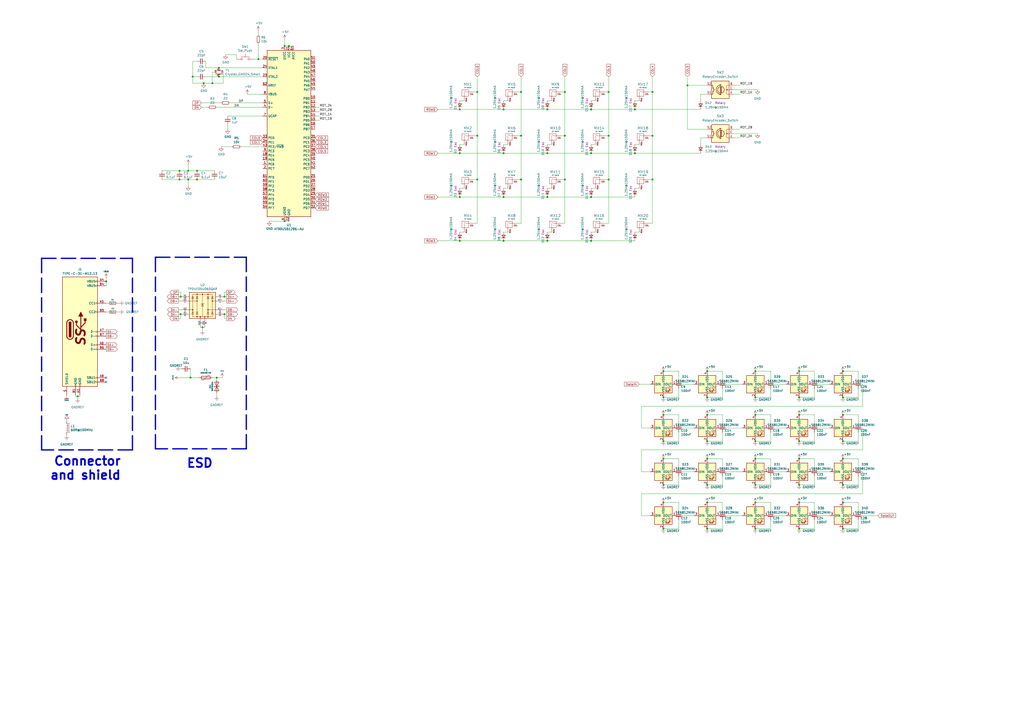
<source format=kicad_sch>
(kicad_sch (version 20211123) (generator eeschema)
  (paper "A2")
  (title_block (title "Macro Board"))
  (junction (at 276.86 104.14))
  (junction (at 488.95 230.505))
  (junction (at 266.7 139.7))
  (junction (at 302.26 104.14))
  (junction (at 276.86 53.34))
  (junction (at 317.5 63.5))
  (junction (at 488.95 281.305))
  (junction (at 378.46 53.34))
  (junction (at 109.22 99.06))
  (junction (at 104.14 99.06))
  (junction (at 438.15 230.505))
  (junction (at 463.55 215.265))
  (junction (at 127 39.37))
  (junction (at 353.06 53.34))
  (junction (at 368.3 63.5))
  (junction (at 317.5 114.3))
  (junction (at 384.81 281.305))
  (junction (at 104.775 182.245))
  (junction (at 410.21 266.065))
  (junction (at 463.55 255.905))
  (junction (at 165.1 26.67))
  (junction (at 118.11 48.26))
  (junction (at 327.66 78.74))
  (junction (at 104.775 172.085))
  (junction (at 463.55 266.065))
  (junction (at 353.06 78.74))
  (junction (at 488.95 291.465))
  (junction (at 438.15 215.265))
  (junction (at 45.085 229.87))
  (junction (at 302.26 53.34))
  (junction (at 292.1 88.9))
  (junction (at 384.81 230.505))
  (junction (at 410.21 281.305))
  (junction (at 410.21 230.505))
  (junction (at 266.7 88.9))
  (junction (at 463.55 230.505))
  (junction (at 327.66 53.34))
  (junction (at 378.46 78.74))
  (junction (at 488.95 215.265))
  (junction (at 109.22 104.14))
  (junction (at 266.7 114.3))
  (junction (at 384.81 291.465))
  (junction (at 292.1 139.7))
  (junction (at 167.64 26.67))
  (junction (at 317.5 139.7))
  (junction (at 117.475 189.865))
  (junction (at 342.9 63.5))
  (junction (at 292.1 63.5))
  (junction (at 61.595 163.195))
  (junction (at 123.19 48.26))
  (junction (at 384.81 306.705))
  (junction (at 104.14 104.14))
  (junction (at 110.49 219.075))
  (junction (at 488.95 266.065))
  (junction (at 410.21 306.705))
  (junction (at 410.21 255.905))
  (junction (at 463.55 306.705))
  (junction (at 384.81 266.065))
  (junction (at 266.7 63.5))
  (junction (at 438.15 306.705))
  (junction (at 368.3 88.9))
  (junction (at 438.15 291.465))
  (junction (at 114.3 104.14))
  (junction (at 384.81 255.905))
  (junction (at 438.15 281.305))
  (junction (at 292.1 114.3))
  (junction (at 398.78 49.53))
  (junction (at 302.26 78.74))
  (junction (at 165.1 128.27))
  (junction (at 438.15 266.065))
  (junction (at 378.46 104.14))
  (junction (at 342.9 139.7))
  (junction (at 410.21 291.465))
  (junction (at 488.95 240.665))
  (junction (at 130.175 182.245))
  (junction (at 438.15 240.665))
  (junction (at 317.5 88.9))
  (junction (at 384.81 240.665))
  (junction (at 488.95 306.705))
  (junction (at 463.55 281.305))
  (junction (at 327.66 104.14))
  (junction (at 114.3 99.06))
  (junction (at 410.21 215.265))
  (junction (at 384.81 215.265))
  (junction (at 463.55 291.465))
  (junction (at 149.86 34.29))
  (junction (at 111.76 44.45))
  (junction (at 488.95 255.905))
  (junction (at 276.86 78.74))
  (junction (at 410.21 240.665))
  (junction (at 130.175 172.085))
  (junction (at 342.9 88.9))
  (junction (at 463.55 240.665))
  (junction (at 127 44.45))
  (junction (at 353.06 104.14))
  (junction (at 125.73 219.075))
  (junction (at 342.9 114.3))
  (junction (at 438.15 255.905))
  (no_connect (at 61.595 219.075))
  (no_connect (at 61.595 221.615))
  (wire (pts (xy 104.775 169.545) (xy 104.775 172.085)))
  (wire (pts (xy 410.21 80.01) (xy 406.4 80.01)))
  (polyline (pts (xy 90.17 149.225) (xy 90.17 260.35)) (stroke (width 0.762)))
  (wire (pts (xy 350.52 78.74) (xy 353.06 78.74)))
  (wire (pts (xy 500.38 286.385) (xy 372.11 286.385)))
  (wire (pts (xy 109.22 99.06) (xy 114.3 99.06)))
  (wire (pts (xy 472.44 255.905) (xy 463.55 255.905)))
  (wire (pts (xy 417.83 248.285) (xy 430.53 248.285)))
  (wire (pts (xy 103.505 182.245) (xy 104.775 182.245)))
  (wire (pts (xy 104.14 99.06) (xy 109.22 99.06)))
  (wire (pts (xy 266.7 114.3) (xy 292.1 114.3)))
  (wire (pts (xy 370.84 222.885) (xy 377.19 222.885)))
  (wire (pts (xy 368.3 63.5) (xy 406.4 63.5)))
  (polyline (pts (xy 76.835 260.985) (xy 24.13 260.985)) (stroke (width 0.762)))
  (wire (pts (xy 375.92 78.74) (xy 378.46 78.74)))
  (wire (pts (xy 147.32 34.29) (xy 149.86 34.29)))
  (wire (pts (xy 393.7 301.625) (xy 393.7 306.705)))
  (wire (pts (xy 393.7 225.425) (xy 393.7 230.505)))
  (wire (pts (xy 447.04 250.825) (xy 447.04 255.905)))
  (wire (pts (xy 342.9 83.82) (xy 345.44 83.82)))
  (wire (pts (xy 46.355 229.235) (xy 46.355 229.87)))
  (wire (pts (xy 497.84 220.345) (xy 497.84 215.265)))
  (wire (pts (xy 130.175 179.705) (xy 131.445 179.705)))
  (wire (pts (xy 43.815 229.87) (xy 45.085 229.87)))
  (wire (pts (xy 299.72 78.74) (xy 302.26 78.74)))
  (wire (pts (xy 447.04 281.305) (xy 438.15 281.305)))
  (wire (pts (xy 372.11 299.085) (xy 377.19 299.085)))
  (wire (pts (xy 182.88 69.85) (xy 185.42 69.85)))
  (wire (pts (xy 472.44 250.825) (xy 472.44 255.905)))
  (wire (pts (xy 419.1 250.825) (xy 419.1 255.905)))
  (wire (pts (xy 472.44 215.265) (xy 463.55 215.265)))
  (wire (pts (xy 182.88 62.23) (xy 185.42 62.23)))
  (wire (pts (xy 266.7 134.62) (xy 269.24 134.62)))
  (wire (pts (xy 496.57 299.085) (xy 509.27 299.085)))
  (wire (pts (xy 254 88.9) (xy 266.7 88.9)))
  (wire (pts (xy 114.3 104.14) (xy 124.46 104.14)))
  (wire (pts (xy 266.7 63.5) (xy 292.1 63.5)))
  (wire (pts (xy 393.7 266.065) (xy 384.81 266.065)))
  (wire (pts (xy 266.7 109.22) (xy 269.24 109.22)))
  (wire (pts (xy 132.08 72.39) (xy 132.08 74.93)))
  (wire (pts (xy 472.44 291.465) (xy 463.55 291.465)))
  (wire (pts (xy 38.735 243.84) (xy 38.735 244.475)))
  (wire (pts (xy 350.52 129.54) (xy 353.06 129.54)))
  (wire (pts (xy 419.1 230.505) (xy 410.21 230.505)))
  (wire (pts (xy 129.54 41.91) (xy 129.54 48.26)))
  (wire (pts (xy 114.3 99.06) (xy 124.46 99.06)))
  (wire (pts (xy 419.1 291.465) (xy 410.21 291.465)))
  (wire (pts (xy 425.45 52.07) (xy 439.42 52.07)))
  (wire (pts (xy 317.5 114.3) (xy 342.9 114.3)))
  (wire (pts (xy 61.595 163.195) (xy 61.595 165.735)))
  (wire (pts (xy 393.7 240.665) (xy 384.81 240.665)))
  (wire (pts (xy 392.43 299.085) (xy 402.59 299.085)))
  (wire (pts (xy 447.04 240.665) (xy 438.15 240.665)))
  (wire (pts (xy 152.4 59.69) (xy 133.35 59.69)))
  (wire (pts (xy 67.945 180.975) (xy 69.215 180.975)))
  (wire (pts (xy 317.5 83.82) (xy 320.04 83.82)))
  (wire (pts (xy 500.38 273.685) (xy 500.38 286.385)))
  (polyline (pts (xy 76.835 149.86) (xy 76.835 260.985)) (stroke (width 0.762)))
  (wire (pts (xy 61.595 175.895) (xy 62.865 175.895)))
  (wire (pts (xy 368.3 83.82) (xy 370.84 83.82)))
  (wire (pts (xy 266.7 88.9) (xy 292.1 88.9)))
  (wire (pts (xy 276.86 78.74) (xy 276.86 104.14)))
  (wire (pts (xy 123.19 48.26) (xy 129.54 48.26)))
  (wire (pts (xy 471.17 248.285) (xy 481.33 248.285)))
  (wire (pts (xy 372.11 248.285) (xy 377.19 248.285)))
  (wire (pts (xy 152.4 39.37) (xy 127 39.37)))
  (wire (pts (xy 38.735 229.235) (xy 38.735 229.87)))
  (wire (pts (xy 447.04 276.225) (xy 447.04 281.305)))
  (wire (pts (xy 109.22 104.14) (xy 109.22 107.95)))
  (wire (pts (xy 393.7 245.745) (xy 393.7 240.665)))
  (wire (pts (xy 368.3 109.22) (xy 370.84 109.22)))
  (wire (pts (xy 254 63.5) (xy 266.7 63.5)))
  (wire (pts (xy 182.88 64.77) (xy 185.42 64.77)))
  (wire (pts (xy 123.19 219.075) (xy 125.73 219.075)))
  (wire (pts (xy 342.9 63.5) (xy 368.3 63.5)))
  (wire (pts (xy 497.84 240.665) (xy 488.95 240.665)))
  (wire (pts (xy 353.06 53.34) (xy 353.06 78.74)))
  (wire (pts (xy 419.1 281.305) (xy 410.21 281.305)))
  (wire (pts (xy 472.44 220.345) (xy 472.44 215.265)))
  (wire (pts (xy 417.83 299.085) (xy 430.53 299.085)))
  (wire (pts (xy 130.175 182.245) (xy 131.445 182.245)))
  (wire (pts (xy 342.9 134.62) (xy 345.44 134.62)))
  (wire (pts (xy 152.4 54.61) (xy 143.51 54.61)))
  (polyline (pts (xy 24.13 149.86) (xy 24.13 260.985)) (stroke (width 0.762)))
  (wire (pts (xy 406.4 54.61) (xy 406.4 58.42)))
  (wire (pts (xy 447.04 255.905) (xy 438.15 255.905)))
  (wire (pts (xy 103.505 179.705) (xy 104.775 179.705)))
  (wire (pts (xy 292.1 58.42) (xy 294.64 58.42)))
  (wire (pts (xy 419.1 245.745) (xy 419.1 240.665)))
  (wire (pts (xy 419.1 306.705) (xy 410.21 306.705)))
  (wire (pts (xy 471.17 299.085) (xy 481.33 299.085)))
  (wire (pts (xy 497.84 291.465) (xy 488.95 291.465)))
  (wire (pts (xy 497.84 245.745) (xy 497.84 240.665)))
  (wire (pts (xy 149.86 34.29) (xy 149.86 25.4)))
  (wire (pts (xy 104.14 104.14) (xy 109.22 104.14)))
  (wire (pts (xy 104.775 213.995) (xy 105.41 213.995)))
  (wire (pts (xy 104.775 184.785) (xy 104.775 182.245)))
  (wire (pts (xy 353.06 78.74) (xy 353.06 104.14)))
  (wire (pts (xy 419.1 215.265) (xy 410.21 215.265)))
  (wire (pts (xy 137.16 31.75) (xy 130.81 31.75)))
  (wire (pts (xy 447.04 215.265) (xy 438.15 215.265)))
  (wire (pts (xy 410.21 54.61) (xy 406.4 54.61)))
  (wire (pts (xy 127 44.45) (xy 119.38 44.45)))
  (wire (pts (xy 393.7 250.825) (xy 393.7 255.905)))
  (wire (pts (xy 128.27 59.69) (xy 116.84 59.69)))
  (wire (pts (xy 497.84 271.145) (xy 497.84 266.065)))
  (wire (pts (xy 137.16 34.29) (xy 137.16 31.75)))
  (wire (pts (xy 496.57 222.885) (xy 500.38 222.885)))
  (wire (pts (xy 368.3 58.42) (xy 370.84 58.42)))
  (wire (pts (xy 472.44 306.705) (xy 463.55 306.705)))
  (wire (pts (xy 500.38 260.985) (xy 372.11 260.985)))
  (wire (pts (xy 368.3 88.9) (xy 406.4 88.9)))
  (wire (pts (xy 417.83 222.885) (xy 430.53 222.885)))
  (wire (pts (xy 130.175 182.245) (xy 130.175 184.785)))
  (wire (pts (xy 125.73 219.075) (xy 128.905 219.075)))
  (polyline (pts (xy 142.875 149.225) (xy 142.875 260.35)) (stroke (width 0.762)))
  (wire (pts (xy 325.12 104.14) (xy 327.66 104.14)))
  (wire (pts (xy 170.18 26.67) (xy 167.64 26.67)))
  (wire (pts (xy 472.44 301.625) (xy 472.44 306.705)))
  (wire (pts (xy 110.49 219.075) (xy 115.57 219.075)))
  (wire (pts (xy 472.44 266.065) (xy 463.55 266.065)))
  (wire (pts (xy 393.7 220.345) (xy 393.7 215.265)))
  (wire (pts (xy 93.98 104.14) (xy 104.14 104.14)))
  (wire (pts (xy 317.5 58.42) (xy 320.04 58.42)))
  (wire (pts (xy 149.86 34.29) (xy 152.4 34.29)))
  (wire (pts (xy 127 39.37) (xy 119.38 39.37)))
  (wire (pts (xy 342.9 139.7) (xy 368.3 139.7)))
  (wire (pts (xy 447.04 296.545) (xy 447.04 291.465)))
  (wire (pts (xy 67.945 175.895) (xy 69.215 175.895)))
  (wire (pts (xy 398.78 45.085) (xy 398.78 49.53)))
  (wire (pts (xy 350.52 53.34) (xy 353.06 53.34)))
  (wire (pts (xy 392.43 222.885) (xy 402.59 222.885)))
  (wire (pts (xy 342.9 109.22) (xy 345.44 109.22)))
  (wire (pts (xy 104.14 219.075) (xy 110.49 219.075)))
  (wire (pts (xy 167.64 128.27) (xy 165.1 128.27)))
  (wire (pts (xy 45.085 229.87) (xy 46.355 229.87)))
  (wire (pts (xy 325.12 78.74) (xy 327.66 78.74)))
  (wire (pts (xy 119.38 39.37) (xy 119.38 35.56)))
  (wire (pts (xy 393.7 230.505) (xy 384.81 230.505)))
  (wire (pts (xy 116.205 189.865) (xy 117.475 189.865)))
  (wire (pts (xy 317.5 88.9) (xy 342.9 88.9)))
  (polyline (pts (xy 24.13 149.86) (xy 76.835 149.86)) (stroke (width 0.762)))
  (wire (pts (xy 419.1 276.225) (xy 419.1 281.305)))
  (wire (pts (xy 302.26 78.74) (xy 302.26 104.14)))
  (wire (pts (xy 125.73 219.075) (xy 125.73 220.345)))
  (wire (pts (xy 114.3 44.45) (xy 111.76 44.45)))
  (wire (pts (xy 276.86 44.45) (xy 276.86 53.34)))
  (wire (pts (xy 292.1 83.82) (xy 294.64 83.82)))
  (wire (pts (xy 472.44 225.425) (xy 472.44 230.505)))
  (wire (pts (xy 130.175 174.625) (xy 131.445 174.625)))
  (wire (pts (xy 372.11 260.985) (xy 372.11 273.685)))
  (wire (pts (xy 149.86 20.32) (xy 149.86 17.78)))
  (wire (pts (xy 299.72 104.14) (xy 302.26 104.14)))
  (wire (pts (xy 425.45 77.47) (xy 439.42 77.47)))
  (wire (pts (xy 497.84 306.705) (xy 488.95 306.705)))
  (wire (pts (xy 372.11 235.585) (xy 372.11 248.285)))
  (wire (pts (xy 165.1 26.67) (xy 165.1 22.86)))
  (wire (pts (xy 123.19 41.91) (xy 123.19 48.26)))
  (wire (pts (xy 372.11 273.685) (xy 377.19 273.685)))
  (wire (pts (xy 419.1 255.905) (xy 410.21 255.905)))
  (wire (pts (xy 103.505 174.625) (xy 104.775 174.625)))
  (wire (pts (xy 167.64 26.67) (xy 165.1 26.67)))
  (wire (pts (xy 445.77 299.085) (xy 455.93 299.085)))
  (wire (pts (xy 266.7 83.82) (xy 269.24 83.82)))
  (wire (pts (xy 497.84 230.505) (xy 488.95 230.505)))
  (wire (pts (xy 445.77 222.885) (xy 455.93 222.885)))
  (wire (pts (xy 182.88 67.31) (xy 185.42 67.31)))
  (wire (pts (xy 425.45 49.53) (xy 429.26 49.53)))
  (wire (pts (xy 472.44 276.225) (xy 472.44 281.305)))
  (wire (pts (xy 350.52 104.14) (xy 353.06 104.14)))
  (wire (pts (xy 103.505 172.085) (xy 104.775 172.085)))
  (wire (pts (xy 447.04 225.425) (xy 447.04 230.505)))
  (wire (pts (xy 274.32 53.34) (xy 276.86 53.34)))
  (wire (pts (xy 471.17 273.685) (xy 481.33 273.685)))
  (wire (pts (xy 292.1 114.3) (xy 317.5 114.3)))
  (wire (pts (xy 472.44 240.665) (xy 463.55 240.665)))
  (wire (pts (xy 274.32 129.54) (xy 276.86 129.54)))
  (wire (pts (xy 110.49 213.995) (xy 110.49 219.075)))
  (wire (pts (xy 419.1 220.345) (xy 419.1 215.265)))
  (wire (pts (xy 130.175 172.085) (xy 131.445 172.085)))
  (wire (pts (xy 447.04 301.625) (xy 447.04 306.705)))
  (wire (pts (xy 496.57 273.685) (xy 500.38 273.685)))
  (wire (pts (xy 302.26 104.14) (xy 302.26 129.54)))
  (wire (pts (xy 419.1 240.665) (xy 410.21 240.665)))
  (wire (pts (xy 103.505 169.545) (xy 104.775 169.545)))
  (wire (pts (xy 392.43 248.285) (xy 402.59 248.285)))
  (wire (pts (xy 292.1 134.62) (xy 294.64 134.62)))
  (wire (pts (xy 317.5 134.62) (xy 320.04 134.62)))
  (wire (pts (xy 497.84 276.225) (xy 497.84 281.305)))
  (wire (pts (xy 292.1 139.7) (xy 317.5 139.7)))
  (wire (pts (xy 447.04 220.345) (xy 447.04 215.265)))
  (wire (pts (xy 372.11 286.385) (xy 372.11 299.085)))
  (wire (pts (xy 496.57 248.285) (xy 500.38 248.285)))
  (polyline (pts (xy 90.17 149.225) (xy 142.875 149.225)) (stroke (width 0.762)))
  (wire (pts (xy 398.78 74.93) (xy 410.21 74.93)))
  (wire (pts (xy 398.78 49.53) (xy 398.78 74.93)))
  (wire (pts (xy 425.45 80.01) (xy 429.26 80.01)))
  (wire (pts (xy 393.7 271.145) (xy 393.7 266.065)))
  (wire (pts (xy 254 139.7) (xy 266.7 139.7)))
  (wire (pts (xy 165.1 128.27) (xy 156.21 128.27)))
  (wire (pts (xy 447.04 266.065) (xy 438.15 266.065)))
  (wire (pts (xy 393.7 306.705) (xy 384.81 306.705)))
  (wire (pts (xy 472.44 296.545) (xy 472.44 291.465)))
  (wire (pts (xy 368.3 134.62) (xy 370.84 134.62)))
  (wire (pts (xy 378.46 78.74) (xy 378.46 104.14)))
  (wire (pts (xy 292.1 63.5) (xy 317.5 63.5)))
  (wire (pts (xy 406.4 80.01) (xy 406.4 83.82)))
  (wire (pts (xy 111.76 35.56) (xy 111.76 44.45)))
  (wire (pts (xy 497.84 225.425) (xy 497.84 230.505)))
  (wire (pts (xy 103.505 184.785) (xy 104.775 184.785)))
  (wire (pts (xy 375.92 129.54) (xy 378.46 129.54)))
  (wire (pts (xy 447.04 230.505) (xy 438.15 230.505)))
  (wire (pts (xy 472.44 230.505) (xy 463.55 230.505)))
  (wire (pts (xy 45.085 229.87) (xy 45.085 231.14)))
  (wire (pts (xy 130.175 184.785) (xy 131.445 184.785)))
  (wire (pts (xy 393.7 291.465) (xy 384.81 291.465)))
  (wire (pts (xy 134.62 85.09) (xy 128.27 85.09)))
  (wire (pts (xy 500.38 235.585) (xy 372.11 235.585)))
  (wire (pts (xy 124.46 41.91) (xy 123.19 41.91)))
  (wire (pts (xy 61.595 180.975) (xy 62.865 180.975)))
  (wire (pts (xy 43.815 229.235) (xy 43.815 229.87)))
  (wire (pts (xy 274.32 78.74) (xy 276.86 78.74)))
  (wire (pts (xy 123.19 48.26) (xy 118.11 48.26)))
  (wire (pts (xy 327.66 78.74) (xy 327.66 104.14)))
  (wire (pts (xy 109.22 99.06) (xy 109.22 95.25)))
  (wire (pts (xy 325.12 129.54) (xy 327.66 129.54)))
  (wire (pts (xy 447.04 306.705) (xy 438.15 306.705)))
  (wire (pts (xy 497.84 281.305) (xy 488.95 281.305)))
  (wire (pts (xy 299.72 53.34) (xy 302.26 53.34)))
  (wire (pts (xy 392.43 273.685) (xy 402.59 273.685)))
  (polyline (pts (xy 142.875 260.35) (xy 90.17 260.35)) (stroke (width 0.762)))
  (wire (pts (xy 378.46 53.34) (xy 378.46 78.74)))
  (wire (pts (xy 417.83 273.685) (xy 430.53 273.685)))
  (wire (pts (xy 292.1 109.22) (xy 294.64 109.22)))
  (wire (pts (xy 254 114.3) (xy 266.7 114.3)))
  (wire (pts (xy 419.1 225.425) (xy 419.1 230.505)))
  (wire (pts (xy 317.5 139.7) (xy 342.9 139.7)))
  (wire (pts (xy 393.7 215.265) (xy 384.81 215.265)))
  (wire (pts (xy 317.5 63.5) (xy 342.9 63.5)))
  (wire (pts (xy 325.12 53.34) (xy 327.66 53.34)))
  (wire (pts (xy 353.06 44.45) (xy 353.06 53.34)))
  (wire (pts (xy 497.84 215.265) (xy 488.95 215.265)))
  (wire (pts (xy 425.45 54.61) (xy 429.26 54.61)))
  (wire (pts (xy 61.595 161.29) (xy 61.595 163.195)))
  (wire (pts (xy 419.1 266.065) (xy 410.21 266.065)))
  (wire (pts (xy 93.98 99.06) (xy 104.14 99.06)))
  (wire (pts (xy 497.84 250.825) (xy 497.84 255.905)))
  (wire (pts (xy 266.7 58.42) (xy 269.24 58.42)))
  (wire (pts (xy 292.1 88.9) (xy 317.5 88.9)))
  (wire (pts (xy 342.9 88.9) (xy 368.3 88.9)))
  (wire (pts (xy 114.3 35.56) (xy 111.76 35.56)))
  (wire (pts (xy 425.45 74.93) (xy 429.26 74.93)))
  (wire (pts (xy 353.06 104.14) (xy 353.06 129.54)))
  (wire (pts (xy 445.77 273.685) (xy 455.93 273.685)))
  (wire (pts (xy 276.86 53.34) (xy 276.86 78.74)))
  (wire (pts (xy 120.65 62.23) (xy 116.84 62.23)))
  (wire (pts (xy 472.44 271.145) (xy 472.44 266.065)))
  (wire (pts (xy 125.73 227.965) (xy 125.73 229.87)))
  (wire (pts (xy 342.9 58.42) (xy 345.44 58.42)))
  (wire (pts (xy 419.1 301.625) (xy 419.1 306.705)))
  (wire (pts (xy 299.72 129.54) (xy 302.26 129.54)))
  (wire (pts (xy 472.44 281.305) (xy 463.55 281.305)))
  (wire (pts (xy 111.76 48.26) (xy 118.11 48.26)))
  (wire (pts (xy 393.7 276.225) (xy 393.7 281.305)))
  (wire (pts (xy 111.76 44.45) (xy 111.76 48.26)))
  (wire (pts (xy 152.4 62.23) (xy 125.73 62.23)))
  (wire (pts (xy 302.26 53.34) (xy 302.26 78.74)))
  (wire (pts (xy 109.22 104.14) (xy 114.3 104.14)))
  (wire (pts (xy 497.84 296.545) (xy 497.84 291.465)))
  (wire (pts (xy 38.735 252.095) (xy 38.735 252.73)))
  (wire (pts (xy 274.32 104.14) (xy 276.86 104.14)))
  (wire (pts (xy 472.44 245.745) (xy 472.44 240.665)))
  (wire (pts (xy 375.92 53.34) (xy 378.46 53.34)))
  (wire (pts (xy 117.475 189.865) (xy 118.745 189.865)))
  (wire (pts (xy 276.86 104.14) (xy 276.86 129.54)))
  (wire (pts (xy 317.5 109.22) (xy 320.04 109.22)))
  (wire (pts (xy 327.66 53.34) (xy 327.66 78.74)))
  (wire (pts (xy 393.7 296.545) (xy 393.7 291.465)))
  (wire (pts (xy 398.78 49.53) (xy 410.21 49.53)))
  (wire (pts (xy 497.84 255.905) (xy 488.95 255.905)))
  (wire (pts (xy 152.4 67.31) (xy 132.08 67.31)))
  (wire (pts (xy 500.38 222.885) (xy 500.38 235.585)))
  (wire (pts (xy 447.04 291.465) (xy 438.15 291.465)))
  (wire (pts (xy 419.1 271.145) (xy 419.1 266.065)))
  (wire (pts (xy 497.84 301.625) (xy 497.84 306.705)))
  (wire (pts (xy 342.9 114.3) (xy 368.3 114.3)))
  (wire (pts (xy 378.46 44.45) (xy 378.46 53.34)))
  (wire (pts (xy 471.17 222.885) (xy 481.33 222.885)))
  (wire (pts (xy 131.445 169.545) (xy 130.175 169.545)))
  (wire (pts (xy 447.04 271.145) (xy 447.04 266.065)))
  (wire (pts (xy 375.92 104.14) (xy 378.46 104.14)))
  (wire (pts (xy 139.7 85.09) (xy 152.4 85.09)))
  (wire (pts (xy 445.77 248.285) (xy 455.93 248.285)))
  (wire (pts (xy 152.4 44.45) (xy 127 44.45)))
  (wire (pts (xy 266.7 139.7) (xy 292.1 139.7)))
  (wire (pts (xy 497.84 266.065) (xy 488.95 266.065)))
  (wire (pts (xy 419.1 296.545) (xy 419.1 291.465)))
  (wire (pts (xy 393.7 255.905) (xy 384.81 255.905)))
  (wire (pts (xy 393.7 281.305) (xy 384.81 281.305)))
  (wire (pts (xy 327.66 104.14) (xy 327.66 129.54)))
  (wire (pts (xy 302.26 44.45) (xy 302.26 53.34)))
  (wire (pts (xy 447.04 245.745) (xy 447.04 240.665)))
  (wire (pts (xy 130.175 169.545) (xy 130.175 172.085)))
  (wire (pts (xy 117.475 189.865) (xy 117.475 191.77)))
  (wire (pts (xy 378.46 104.14) (xy 378.46 129.54)))
  (wire (pts (xy 327.66 44.45) (xy 327.66 53.34)))
  (wire (pts (xy 500.38 248.285) (xy 500.38 260.985)))
  (text "Connector\nand shield" (at 70.485 278.765 180) (effects (font (size 5.08 5.08) (thickness 1.016) bold) (justify right bottom)))
  (text "ESD" (at 123.825 271.78 180) (effects (font (size 5.08 5.08) (thickness 1.016) bold) (justify right bottom)))
  (label "ROT_1A" (at 185.42 67.31 0))
  (label "ROT_2A" (at 185.42 62.23 0))
  (label "ROT_1B" (at 429.26 49.53 0))
  (label "DP" (at 138.43 59.69 0))
  (label "ROT_1B" (at 185.42 69.85 0))
  (label "ROT_1A" (at 429.26 54.61 0))
  (label "DN" (at 135.89 62.23 0))
  (label "ROT_2A" (at 429.26 80.01 0))
  (label "ROT_2B" (at 429.26 74.93 0))
  (label "ROT_2B" (at 185.42 64.77 0))
  (global_label "DA+" (shape output) (at 131.445 172.085 0) (property "Intersheet References" "${INTERSHEET_REFS}" (effects hide)))
  (global_label "COL3" (shape input) (at 182.88 82.55 0) (property "Intersheet References" "${INTERSHEET_REFS}" (effects hide)))
  (global_label "COL0" (shape input) (at 276.86 44.45 90) (property "Intersheet References" "${INTERSHEET_REFS}" (effects hide)))
  (global_label "COL5" (shape input) (at 182.88 87.63 0) (property "Intersheet References" "${INTERSHEET_REFS}" (effects hide)))
  (global_label "DN" (shape output) (at 131.445 184.785 0) (property "Intersheet References" "${INTERSHEET_REFS}" (effects hide)))
  (global_label "DA-" (shape output) (at 61.595 192.405 0) (property "Intersheet References" "${INTERSHEET_REFS}" (effects hide)))
  (global_label "DB-" (shape output) (at 61.595 194.945 0) (property "Intersheet References" "${INTERSHEET_REFS}" (effects hide)))
  (global_label "DA+" (shape output) (at 131.445 174.625 0) (property "Intersheet References" "${INTERSHEET_REFS}" (effects hide)))
  (global_label "COL1" (shape input) (at 152.4 82.55 180) (property "Intersheet References" "${INTERSHEET_REFS}" (effects hide)))
  (global_label "DP" (shape output) (at 131.445 169.545 0) (property "Intersheet References" "${INTERSHEET_REFS}" (effects hide)))
  (global_label "COL2" (shape input) (at 327.66 44.45 90) (property "Intersheet References" "${INTERSHEET_REFS}" (effects hide)))
  (global_label "DA+" (shape output) (at 61.595 200.025 0) (property "Intersheet References" "${INTERSHEET_REFS}" (effects hide)))
  (global_label "DataOUT" (shape input) (at 509.27 299.085 0) (property "Intersheet References" "${INTERSHEET_REFS}" (effects hide)))
  (global_label "COL4" (shape input) (at 182.88 85.09 0) (property "Intersheet References" "${INTERSHEET_REFS}" (effects hide)))
  (global_label "ROW2" (shape input) (at 254 114.3 180) (property "Intersheet References" "${INTERSHEET_REFS}" (effects hide)))
  (global_label "DP" (shape input) (at 116.84 59.69 180) (property "Intersheet References" "${INTERSHEET_REFS}" (effects hide)))
  (global_label "COL2" (shape input) (at 182.88 80.01 0) (property "Intersheet References" "${INTERSHEET_REFS}" (effects hide)))
  (global_label "ROW0" (shape input) (at 182.88 120.65 0) (property "Intersheet References" "${INTERSHEET_REFS}" (effects hide)))
  (global_label "DataIN" (shape input) (at 370.84 222.885 180) (property "Intersheet References" "${INTERSHEET_REFS}" (effects hide)))
  (global_label "COL5" (shape input) (at 398.78 44.45 90) (property "Intersheet References" "${INTERSHEET_REFS}" (effects hide)))
  (global_label "DB-" (shape output) (at 131.445 182.245 0) (property "Intersheet References" "${INTERSHEET_REFS}" (effects hide)))
  (global_label "COL3" (shape input) (at 353.06 44.45 90) (property "Intersheet References" "${INTERSHEET_REFS}" (effects hide)))
  (global_label "DN" (shape output) (at 103.505 184.785 180) (property "Intersheet References" "${INTERSHEET_REFS}" (effects hide)))
  (global_label "ROW3" (shape input) (at 182.88 113.03 0) (property "Intersheet References" "${INTERSHEET_REFS}" (effects hide)))
  (global_label "COL4" (shape input) (at 378.46 44.45 90) (property "Intersheet References" "${INTERSHEET_REFS}" (effects hide)))
  (global_label "COL0" (shape input) (at 152.4 80.01 180) (property "Intersheet References" "${INTERSHEET_REFS}" (effects hide)))
  (global_label "DA-" (shape output) (at 103.505 182.245 180) (property "Intersheet References" "${INTERSHEET_REFS}" (effects hide)))
  (global_label "DB+" (shape output) (at 103.505 172.085 180) (property "Intersheet References" "${INTERSHEET_REFS}" (effects hide)))
  (global_label "ROW1" (shape input) (at 182.88 118.11 0) (property "Intersheet References" "${INTERSHEET_REFS}" (effects hide)))
  (global_label "ROW3" (shape input) (at 254 139.7 180) (property "Intersheet References" "${INTERSHEET_REFS}" (effects hide)))
  (global_label "COL1" (shape input) (at 302.26 44.45 90) (property "Intersheet References" "${INTERSHEET_REFS}" (effects hide)))
  (global_label "DB-" (shape output) (at 131.445 179.705 0) (property "Intersheet References" "${INTERSHEET_REFS}" (effects hide)))
  (global_label "ROW1" (shape input) (at 254 88.9 180) (property "Intersheet References" "${INTERSHEET_REFS}" (effects hide)))
  (global_label "DP" (shape output) (at 103.505 169.545 180) (property "Intersheet References" "${INTERSHEET_REFS}" (effects hide)))
  (global_label "DB+" (shape output) (at 103.505 174.625 180) (property "Intersheet References" "${INTERSHEET_REFS}" (effects hide)))
  (global_label "DA-" (shape output) (at 103.505 179.705 180) (property "Intersheet References" "${INTERSHEET_REFS}" (effects hide)))
  (global_label "DN" (shape input) (at 116.84 62.23 180) (property "Intersheet References" "${INTERSHEET_REFS}" (effects hide)))
  (global_label "ROW0" (shape input) (at 254 63.5 180) (property "Intersheet References" "${INTERSHEET_REFS}" (effects hide)))
  (global_label "DB+" (shape output) (at 61.595 202.565 0) (property "Intersheet References" "${INTERSHEET_REFS}" (effects hide)))
  (global_label "ROW2" (shape input) (at 182.88 115.57 0) (property "Intersheet References" "${INTERSHEET_REFS}" (effects hide)))
  (symbol (lib_id "power:GNDREF") (at 438.15 230.505 0) (unit 1)
    (property "Reference" "#PWR0137" (effects hide))
    (property "Value" "GNDREF" (at 440.055 231.7749 0) (effects (justify left)))
  )
  (symbol (lib_id "Device:Polyfuse") (at 119.38 219.075 90) (unit 1)
    (property "Reference" "F1" (at 119.38 214.63 90))
    (property "Value" "ASMD1206-150" (at 119.38 216.3064 90) (effects (font (size 0.508 0.508))))
    (property "Footprint" "Fuse:Fuse_0603_1608Metric_Pad1.05x0.95mm_HandSolder" (effects hide))
    (property "Manufacturer" "Shenzhen JDT Fuse" (effects hide))
    (property "Manufacturer Part No" "ASMD1206-150" (effects hide))
    (property "LCSC Part No" "C135342" (effects hide))
    (property "Package" "F1206" (effects hide))
  )
  (symbol (lib_id "power:GNDREF") (at 488.95 255.905 0) (unit 1)
    (property "Reference" "#PWR0131" (effects hide))
    (property "Value" "GNDREF" (at 490.855 257.1749 0) (effects (justify left)))
  )
  (symbol (lib_id "Device:C_Small") (at 419.1 273.685 0) (unit 1)
    (property "Reference" "C15" (at 420.37 275.1836 0) (effects (justify left)))
    (property "Value" "100nF" (at 420.37 277.495 0) (effects (justify left)))
    (property "Footprint" "led:led_capacitor" (effects hide))
  )
  (symbol (lib_id "pcb-rescue:MX-NoLED-MX_Alps_Hybrid") (at 270.51 105.41 0) (unit 1)
    (property "Reference" "MX3" (at 271.3482 99.7458 0) (effects (font (size 1.524 1.524))))
    (property "Value" "MX-NoLED" (at 271.3482 101.6254 0) (effects (font (size 0.508 0.508))))
    (property "Footprint" "kailh-switches-hotswap:Kailh-Hotswap-1U" (effects hide))
  )
  (symbol (lib_id "power:GND") (at 128.27 85.09 0) (unit 1)
    (property "Reference" "#PWR0114" (effects hide))
    (property "Value" "GND" (at 128.397 89.4842 0))
  )
  (symbol (lib_id "power:GNDREF") (at 384.81 230.505 0) (unit 1)
    (property "Reference" "#PWR0122" (effects hide))
    (property "Value" "GNDREF" (at 386.715 231.7749 0) (effects (justify left)))
  )
  (symbol (lib_id "power:+5V") (at 463.55 215.265 0) (unit 1)
    (property "Reference" "#PWR0133" (effects hide))
    (property "Value" "+5V" (at 466.09 212.725 0))
  )
  (symbol (lib_id "led:D_Small") (at 266.7 86.36 90) (unit 1)
    (property "Reference" "D2" (at 264.16 86.36 0) (effects (justify right)))
    (property "Value" "1.25V@150mA" (at 261.62 74.93 0) (effects (justify right)))
    (property "Footprint" "led:D_SOD-123" (effects hide))
    (property "Name" "Esc" (at 264.16 83.82 0))
    (property "Item" "1N4148W" (effects hide))
    (property "LCSC" "https://lcsc.com/product-detail/Switching-Diode_GOODWORK-1N4148W_C909967.html" (effects hide))
  )
  (symbol (lib_id "Device:C_Small") (at 419.1 299.085 0) (unit 1)
    (property "Reference" "C16" (at 420.37 300.5836 0) (effects (justify left)))
    (property "Value" "100nF" (at 420.37 302.895 0) (effects (justify left)))
    (property "Footprint" "led:led_capacitor" (effects hide))
  )
  (symbol (lib_id "led:D_Small") (at 292.1 137.16 90) (unit 1)
    (property "Reference" "D8" (at 289.56 137.16 0) (effects (justify right)))
    (property "Value" "1.25V@150mA" (at 287.02 125.73 0) (effects (justify right)))
    (property "Footprint" "led:D_SOD-123" (effects hide))
    (property "Name" "Esc" (at 289.56 134.62 0))
    (property "Item" "1N4148W" (effects hide))
    (property "LCSC" "https://lcsc.com/product-detail/Switching-Diode_GOODWORK-1N4148W_C909967.html" (effects hide))
  )
  (symbol (lib_id "led:D_Small") (at 368.3 111.76 90) (unit 1)
    (property "Reference" "D19" (at 365.76 111.76 0) (effects (justify right)))
    (property "Value" "1.25V@150mA" (at 363.22 100.33 0) (effects (justify right)))
    (property "Footprint" "led:D_SOD-123" (effects hide))
    (property "Name" "Esc" (at 365.76 109.22 0))
    (property "Item" "1N4148W" (effects hide))
    (property "LCSC" "https://lcsc.com/product-detail/Switching-Diode_GOODWORK-1N4148W_C909967.html" (effects hide))
  )
  (symbol (lib_id "power:GNDREF") (at 69.215 175.895 90) (unit 1)
    (property "Reference" "#PWR0157" (effects hide))
    (property "Value" "GNDREF" (at 72.39 175.8949 90) (effects (justify right)))
  )
  (symbol (lib_id "Switch:SW_Push") (at 142.24 34.29 0) (unit 1)
    (property "Reference" "SW1" (at 142.24 27.051 0))
    (property "Value" "SW_Push" (at 142.24 29.3624 0))
    (property "Footprint" "led:switch_without_switch" (effects hide))
  )
  (symbol (lib_id "power:+5V") (at 488.95 215.265 0) (unit 1)
    (property "Reference" "#PWR0134" (effects hide))
    (property "Value" "+5V" (at 491.49 212.725 0))
  )
  (symbol (lib_id "Device:C_Small") (at 93.98 101.6 0) (unit 1)
    (property "Reference" "C2" (at 96.3168 100.4316 0) (effects (justify left)))
    (property "Value" "0.1uF" (at 96.3168 102.743 0) (effects (justify left)))
    (property "Footprint" "Capacitor_SMD:C_0805_2012Metric" (effects hide))
  )
  (symbol (lib_id "power:GNDREF") (at 69.215 180.975 90) (unit 1)
    (property "Reference" "#PWR0158" (effects hide))
    (property "Value" "GNDREF" (at 73.025 180.9749 90) (effects (justify right)))
  )
  (symbol (lib_id "power:GNDREF") (at 410.21 281.305 0) (unit 1)
    (property "Reference" "#PWR0153" (effects hide))
    (property "Value" "GNDREF" (at 412.115 282.5749 0) (effects (justify left)))
  )
  (symbol (lib_id "LED:SK6812MINI") (at 410.21 222.885 0) (unit 1)
    (property "Reference" "D25" (at 422.91 218.5543 0))
    (property "Value" "SK6812MINI" (at 422.91 221.0943 0))
    (property "Footprint" "led:SK6812MINI_3.5x3.7mm_SMD-Flipped-Back" (effects hide))
    (property "Datasheet" "https://cdn-shop.adafruit.com/product-files/2686/SK6812MINI_REV.01-1-2.pdf" (effects hide))
  )
  (symbol (lib_id "power:+5V") (at 410.21 215.265 0) (unit 1)
    (property "Reference" "#PWR0120" (effects hide))
    (property "Value" "+5V" (at 412.75 212.725 0))
  )
  (symbol (lib_id "LED:SK6812MINI") (at 384.81 248.285 0) (unit 1)
    (property "Reference" "D22" (at 397.51 243.9543 0))
    (property "Value" "SK6812MINI" (at 397.51 246.4943 0))
    (property "Footprint" "led:SK6812MINI_3.5x3.7mm_SMD-Flipped-Back" (effects hide))
    (property "Datasheet" "https://cdn-shop.adafruit.com/product-files/2686/SK6812MINI_REV.01-1-2.pdf" (effects hide))
  )
  (symbol (lib_id "LED:SK6812MINI") (at 410.21 273.685 0) (unit 1)
    (property "Reference" "D27" (at 422.91 269.3543 0))
    (property "Value" "SK6812MINI" (at 422.91 271.8943 0))
    (property "Footprint" "led:SK6812MINI_3.5x3.7mm_SMD-Flipped-Back" (effects hide))
    (property "Datasheet" "https://cdn-shop.adafruit.com/product-files/2686/SK6812MINI_REV.01-1-2.pdf" (effects hide))
  )
  (symbol (lib_id "pcb-rescue:MX-NoLED-MX_Alps_Hybrid") (at 270.51 54.61 0) (unit 1)
    (property "Reference" "MX1" (at 271.3482 48.9458 0) (effects (font (size 1.524 1.524))))
    (property "Value" "MX-NoLED" (at 271.3482 50.8254 0) (effects (font (size 0.508 0.508))))
    (property "Footprint" "kailh-switches-hotswap:Kailh-Hotswap-1U" (effects hide))
  )
  (symbol (lib_id "power:GNDREF") (at 384.81 255.905 0) (unit 1)
    (property "Reference" "#PWR0149" (effects hide))
    (property "Value" "GNDREF" (at 386.715 257.1749 0) (effects (justify left)))
  )
  (symbol (lib_id "Device:C_Small") (at 497.84 222.885 0) (unit 1)
    (property "Reference" "C25" (at 499.11 224.3836 0) (effects (justify left)))
    (property "Value" "100nF" (at 499.11 226.695 0) (effects (justify left)))
    (property "Footprint" "led:led_capacitor" (effects hide))
  )
  (symbol (lib_id "power:+5V") (at 165.1 22.86 0) (unit 1)
    (property "Reference" "#PWR0101" (effects hide))
    (property "Value" "+5V" (at 165.481 18.4658 0))
  )
  (symbol (lib_id "Device:C_Small") (at 393.7 248.285 0) (unit 1)
    (property "Reference" "C10" (at 394.97 249.7836 0) (effects (justify left)))
    (property "Value" "100nF" (at 394.97 252.095 0) (effects (justify left)))
    (property "Footprint" "led:led_capacitor" (effects hide))
  )
  (symbol (lib_id "LED:SK6812MINI") (at 463.55 299.085 0) (unit 1)
    (property "Reference" "D36" (at 476.25 294.7543 0))
    (property "Value" "SK6812MINI" (at 476.25 297.2943 0))
    (property "Footprint" "led:SK6812MINI_3.5x3.7mm_SMD-Flipped-Back" (effects hide))
    (property "Datasheet" "https://cdn-shop.adafruit.com/product-files/2686/SK6812MINI_REV.01-1-2.pdf" (effects hide))
  )
  (symbol (lib_id "led:D_Small") (at 406.4 86.36 90) (unit 1)
    (property "Reference" "D43" (at 408.94 85.0899 90) (effects (justify right)))
    (property "Value" "1.25V@150mA" (at 408.94 87.6299 90) (effects (justify right)))
    (property "Footprint" "led:D_SOD-123" (effects hide))
    (property "Name" "Rotary" (at 417.83 85.09 90))
  )
  (symbol (lib_id "Device:C_Small") (at 419.1 222.885 0) (unit 1)
    (property "Reference" "C13" (at 420.37 224.3836 0) (effects (justify left)))
    (property "Value" "100nF" (at 420.37 226.695 0) (effects (justify left)))
    (property "Footprint" "led:led_capacitor" (effects hide))
  )
  (symbol (lib_id "led:D_Small") (at 342.9 60.96 90) (unit 1)
    (property "Reference" "D13" (at 340.36 60.96 0) (effects (justify right)))
    (property "Value" "1.25V@150mA" (at 337.82 49.53 0) (effects (justify right)))
    (property "Footprint" "led:D_SOD-123" (effects hide))
    (property "Name" "Esc" (at 340.36 58.42 0))
    (property "Item" "1N4148W" (effects hide))
    (property "LCSC" "https://lcsc.com/product-detail/Switching-Diode_GOODWORK-1N4148W_C909967.html" (effects hide))
  )
  (symbol (lib_id "power:+5V") (at 438.15 266.065 0) (unit 1)
    (property "Reference" "#PWR0139" (effects hide))
    (property "Value" "+5V" (at 440.69 263.525 0))
  )
  (symbol (lib_id "power:GND") (at 109.22 107.95 0) (unit 1)
    (property "Reference" "#PWR0104" (effects hide))
    (property "Value" "GND" (at 109.347 112.3442 0))
  )
  (symbol (lib_id "pcb-rescue:MX-NoLED-MX_Alps_Hybrid") (at 321.31 54.61 0) (unit 1)
    (property "Reference" "MX9" (at 322.1482 48.9458 0) (effects (font (size 1.524 1.524))))
    (property "Value" "MX-NoLED" (at 322.1482 50.8254 0) (effects (font (size 0.508 0.508))))
    (property "Footprint" "kailh-switches-hotswap:Kailh-Hotswap-1U" (effects hide))
  )
  (symbol (lib_id "pcb-rescue:MX-NoLED-MX_Alps_Hybrid") (at 295.91 54.61 0) (unit 1)
    (property "Reference" "MX5" (at 296.7482 48.9458 0) (effects (font (size 1.524 1.524))))
    (property "Value" "MX-NoLED" (at 296.7482 50.8254 0) (effects (font (size 0.508 0.508))))
    (property "Footprint" "kailh-switches-hotswap:Kailh-Hotswap-1U" (effects hide))
  )
  (symbol (lib_id "led:D_Small") (at 266.7 60.96 90) (unit 1)
    (property "Reference" "D1" (at 264.16 60.96 0) (effects (justify right)))
    (property "Value" "1.25V@150mA" (at 261.62 49.53 0) (effects (justify right)))
    (property "Footprint" "led:D_SOD-123" (effects hide))
    (property "Name" "Esc" (at 264.16 58.42 0))
    (property "Item" "1N4148W" (effects hide))
    (property "LCSC" "https://lcsc.com/product-detail/Switching-Diode_GOODWORK-1N4148W_C909967.html" (effects hide))
  )
  (symbol (lib_id "power:GNDREF") (at 410.21 230.505 0) (unit 1)
    (property "Reference" "#PWR0125" (effects hide))
    (property "Value" "GNDREF" (at 412.115 231.7749 0) (effects (justify left)))
  )
  (symbol (lib_id "Device:C_Small") (at 447.04 248.285 0) (unit 1)
    (property "Reference" "C18" (at 448.31 249.7836 0) (effects (justify left)))
    (property "Value" "100nF" (at 448.31 252.095 0) (effects (justify left)))
    (property "Footprint" "led:led_capacitor" (effects hide))
  )
  (symbol (lib_id "led:D_Small") (at 317.5 137.16 90) (unit 1)
    (property "Reference" "D12" (at 314.96 137.16 0) (effects (justify right)))
    (property "Value" "1.25V@150mA" (at 312.42 125.73 0) (effects (justify right)))
    (property "Footprint" "led:D_SOD-123" (effects hide))
    (property "Name" "Esc" (at 314.96 134.62 0))
    (property "Item" "1N4148W" (effects hide))
    (property "LCSC" "https://lcsc.com/product-detail/Switching-Diode_GOODWORK-1N4148W_C909967.html" (effects hide))
  )
  (symbol (lib_id "pcb-rescue:MX-NoLED-MX_Alps_Hybrid") (at 321.31 80.01 0) (unit 1)
    (property "Reference" "MX10" (at 322.1482 74.3458 0) (effects (font (size 1.524 1.524))))
    (property "Value" "MX-NoLED" (at 322.1482 76.2254 0) (effects (font (size 0.508 0.508))))
    (property "Footprint" "kailh-switches-hotswap:Kailh-Hotswap-1U" (effects hide))
  )
  (symbol (lib_id "power:+5V") (at 384.81 240.665 0) (unit 1)
    (property "Reference" "#PWR0126" (effects hide))
    (property "Value" "+5V" (at 387.35 238.125 0))
  )
  (symbol (lib_id "Device:R_Small") (at 123.19 62.23 270) (mirror x) (unit 1)
    (property "Reference" "R3" (at 123.19 57.2516 90))
    (property "Value" "22" (at 123.19 59.563 90))
    (property "Footprint" "Resistor_SMD:R_0805_2012Metric" (effects hide))
  )
  (symbol (lib_id "power:+5V") (at 463.55 266.065 0) (unit 1)
    (property "Reference" "#PWR0151" (effects hide))
    (property "Value" "+5V" (at 466.09 263.525 0))
  )
  (symbol (lib_id "Device:C_Small") (at 472.44 248.285 0) (unit 1)
    (property "Reference" "C22" (at 473.71 249.7836 0) (effects (justify left)))
    (property "Value" "100nF" (at 473.71 252.095 0) (effects (justify left)))
    (property "Footprint" "led:led_capacitor" (effects hide))
  )
  (symbol (lib_id "power:+5V") (at 410.21 291.465 0) (unit 1)
    (property "Reference" "#PWR0128" (effects hide))
    (property "Value" "+5V" (at 412.75 288.925 0))
  )
  (symbol (lib_id "LED:SK6812MINI") (at 410.21 248.285 0) (unit 1)
    (property "Reference" "D26" (at 422.91 243.9543 0))
    (property "Value" "SK6812MINI" (at 422.91 246.4943 0))
    (property "Footprint" "led:SK6812MINI_3.5x3.7mm_SMD-Flipped-Back" (effects hide))
    (property "Datasheet" "https://cdn-shop.adafruit.com/product-files/2686/SK6812MINI_REV.01-1-2.pdf" (effects hide))
  )
  (symbol (lib_id "Device:C_Small") (at 447.04 273.685 0) (unit 1)
    (property "Reference" "C19" (at 448.31 275.1836 0) (effects (justify left)))
    (property "Value" "100nF" (at 448.31 277.495 0) (effects (justify left)))
    (property "Footprint" "led:led_capacitor" (effects hide))
  )
  (symbol (lib_id "Device:C_Small") (at 114.3 101.6 0) (unit 1)
    (property "Reference" "C4" (at 116.6368 100.4316 0) (effects (justify left)))
    (property "Value" "0.1uF" (at 116.6368 102.743 0) (effects (justify left)))
    (property "Footprint" "Capacitor_SMD:C_0805_2012Metric" (effects hide))
  )
  (symbol (lib_id "pcb-rescue:MX-NoLED-MX_Alps_Hybrid") (at 372.11 105.41 0) (unit 1)
    (property "Reference" "MX19" (at 372.9482 99.7458 0) (effects (font (size 1.524 1.524))))
    (property "Value" "MX-NoLED" (at 372.9482 101.6254 0) (effects (font (size 0.508 0.508))))
    (property "Footprint" "kailh-switches-hotswap:Kailh-Hotswap-1U" (effects hide))
  )
  (symbol (lib_id "power:GND") (at 439.42 77.47 0) (unit 1)
    (property "Reference" "#PWR0164" (effects hide))
    (property "Value" "GND" (at 439.42 82.55 0))
  )
  (symbol (lib_id "led:D_Small") (at 266.7 111.76 90) (unit 1)
    (property "Reference" "D3" (at 264.16 111.76 0) (effects (justify right)))
    (property "Value" "1.25V@150mA" (at 261.62 100.33 0) (effects (justify right)))
    (property "Footprint" "led:D_SOD-123" (effects hide))
    (property "Name" "Esc" (at 264.16 109.22 0))
    (property "Item" "1N4148W" (effects hide))
    (property "LCSC" "https://lcsc.com/product-detail/Switching-Diode_GOODWORK-1N4148W_C909967.html" (effects hide))
  )
  (symbol (lib_id "power:+5V") (at 488.95 240.665 0) (unit 1)
    (property "Reference" "#PWR0144" (effects hide))
    (property "Value" "+5V" (at 491.49 238.125 0))
  )
  (symbol (lib_id "power:GND") (at 130.81 31.75 0) (unit 1)
    (property "Reference" "#PWR0103" (effects hide))
    (property "Value" "GND" (at 130.937 36.1442 0))
  )
  (symbol (lib_id "Device:C_Small") (at 393.7 222.885 0) (unit 1)
    (property "Reference" "C9" (at 394.97 224.3836 0) (effects (justify left)))
    (property "Value" "100nF" (at 394.97 226.695 0) (effects (justify left)))
    (property "Footprint" "led:led_capacitor" (effects hide))
  )
  (symbol (lib_id "power:GNDREF") (at 463.55 230.505 0) (unit 1)
    (property "Reference" "#PWR0118" (effects hide))
    (property "Value" "GNDREF" (at 465.455 231.7749 0) (effects (justify left)))
  )
  (symbol (lib_id "power:GNDREF") (at 438.15 281.305 0) (unit 1)
    (property "Reference" "#PWR0132" (effects hide))
    (property "Value" "GNDREF" (at 440.055 282.5749 0) (effects (justify left)))
  )
  (symbol (lib_id "power:+5V") (at 438.15 291.465 0) (unit 1)
    (property "Reference" "#PWR0150" (effects hide))
    (property "Value" "+5V" (at 440.69 288.925 0))
  )
  (symbol (lib_id "power:+5V") (at 463.55 240.665 0) (unit 1)
    (property "Reference" "#PWR0136" (effects hide))
    (property "Value" "+5V" (at 466.09 238.125 0))
  )
  (symbol (lib_id "led:D_Small") (at 292.1 60.96 90) (unit 1)
    (property "Reference" "D5" (at 289.56 60.96 0) (effects (justify right)))
    (property "Value" "1.25V@150mA" (at 287.02 49.53 0) (effects (justify right)))
    (property "Footprint" "led:D_SOD-123" (effects hide))
    (property "Name" "Esc" (at 289.56 58.42 0))
    (property "Item" "1N4148W" (effects hide))
    (property "LCSC" "https://lcsc.com/product-detail/Switching-Diode_GOODWORK-1N4148W_C909967.html" (effects hide))
  )
  (symbol (lib_id "power:GNDREF") (at 463.55 281.305 0) (unit 1)
    (property "Reference" "#PWR0129" (effects hide))
    (property "Value" "GNDREF" (at 465.455 282.5749 0) (effects (justify left)))
  )
  (symbol (lib_id "Device:C_Small") (at 497.84 299.085 0) (unit 1)
    (property "Reference" "C28" (at 499.11 300.5836 0) (effects (justify left)))
    (property "Value" "100nF" (at 499.11 302.895 0) (effects (justify left)))
    (property "Footprint" "led:led_capacitor" (effects hide))
  )
  (symbol (lib_id "led:D_Small") (at 368.3 86.36 90) (unit 1)
    (property "Reference" "D18" (at 365.76 86.36 0) (effects (justify right)))
    (property "Value" "1.25V@150mA" (at 363.22 74.93 0) (effects (justify right)))
    (property "Footprint" "led:D_SOD-123" (effects hide))
    (property "Name" "Esc" (at 365.76 83.82 0))
    (property "Item" "1N4148W" (effects hide))
    (property "LCSC" "https://lcsc.com/product-detail/Switching-Diode_GOODWORK-1N4148W_C909967.html" (effects hide))
  )
  (symbol (lib_id "pcb-rescue:MX-NoLED-MX_Alps_Hybrid") (at 346.71 80.01 0) (unit 1)
    (property "Reference" "MX14" (at 347.5482 74.3458 0) (effects (font (size 1.524 1.524))))
    (property "Value" "MX-NoLED" (at 347.5482 76.2254 0) (effects (font (size 0.508 0.508))))
    (property "Footprint" "kailh-switches-hotswap:Kailh-Hotswap-1U" (effects hide))
  )
  (symbol (lib_id "power:GNDREF") (at 384.81 281.305 0) (unit 1)
    (property "Reference" "#PWR0152" (effects hide))
    (property "Value" "GNDREF" (at 386.715 282.5749 0) (effects (justify left)))
  )
  (symbol (lib_id "power:GNDREF") (at 384.81 306.705 0) (unit 1)
    (property "Reference" "#PWR0154" (effects hide))
    (property "Value" "GNDREF" (at 386.715 307.9749 0) (effects (justify left)))
  )
  (symbol (lib_id "led:D_Small") (at 292.1 111.76 90) (unit 1)
    (property "Reference" "D7" (at 289.56 111.76 0) (effects (justify right)))
    (property "Value" "1.25V@150mA" (at 287.02 100.33 0) (effects (justify right)))
    (property "Footprint" "led:D_SOD-123" (effects hide))
    (property "Name" "Esc" (at 289.56 109.22 0))
    (property "Item" "1N4148W" (effects hide))
    (property "LCSC" "https://lcsc.com/product-detail/Switching-Diode_GOODWORK-1N4148W_C909967.html" (effects hide))
  )
  (symbol (lib_id "power:GNDREF") (at 125.73 229.87 0) (unit 1)
    (property "Reference" "#PWR0105" (effects hide))
    (property "Value" "GNDREF" (at 125.73 234.95 0))
  )
  (symbol (lib_id "Unified-Daughterboard-rescue:TPD4E05U06DQAR-acheronSymbols") (at 117.475 177.165 0) (unit 1)
    (property "Reference" "U2" (at 117.475 165.3286 0))
    (property "Value" "TPD4E05U06DQAR" (at 117.475 167.64 0))
    (property "Footprint" "acheron_Components:USON-10_2.5x1.0mm_P0.5mm" (effects hide))
    (property "Manufacturer" "Texas Instruments" (effects hide))
    (property "Manufacturer Part No" "TPD4E05U06DQAR" (effects hide))
    (property "LCSC Part No" "C138714" (effects hide))
    (property "Package" "uSON-10" (effects hide))
  )
  (symbol (lib_id "power:+5V") (at 488.95 266.065 0) (unit 1)
    (property "Reference" "#PWR0146" (effects hide))
    (property "Value" "+5V" (at 491.49 263.525 0))
  )
  (symbol (lib_id "Device:C_Small") (at 124.46 101.6 0) (unit 1)
    (property "Reference" "C7" (at 126.7968 100.4316 0) (effects (justify left)))
    (property "Value" "10uF" (at 126.7968 102.743 0) (effects (justify left)))
    (property "Footprint" "Capacitor_SMD:C_0805_2012Metric" (effects hide))
  )
  (symbol (lib_id "power:+5V") (at 384.81 215.265 0) (unit 1)
    (property "Reference" "#PWR0117" (effects hide))
    (property "Value" "+5V" (at 387.35 212.725 0))
  )
  (symbol (lib_id "LED:SK6812MINI") (at 384.81 222.885 0) (unit 1)
    (property "Reference" "D21" (at 397.51 218.5543 0))
    (property "Value" "SK6812MINI" (at 397.51 221.0943 0))
    (property "Footprint" "led:SK6812MINI_3.5x3.7mm_SMD-Flipped-Back" (effects hide))
    (property "Datasheet" "https://cdn-shop.adafruit.com/product-files/2686/SK6812MINI_REV.01-1-2.pdf" (effects hide))
  )
  (symbol (lib_id "pcb-rescue:MX-NoLED-MX_Alps_Hybrid") (at 295.91 130.81 0) (unit 1)
    (property "Reference" "MX8" (at 296.7482 125.1458 0) (effects (font (size 1.524 1.524))))
    (property "Value" "MX-NoLED" (at 296.7482 127.0254 0) (effects (font (size 0.508 0.508))))
    (property "Footprint" "kailh-switches-hotswap:Kailh-Hotswap-1U" (effects hide))
  )
  (symbol (lib_id "LED:SK6812MINI") (at 488.95 299.085 0) (unit 1)
    (property "Reference" "D40" (at 501.65 294.7543 0))
    (property "Value" "SK6812MINI" (at 501.65 297.2943 0))
    (property "Footprint" "led:SK6812MINI_3.5x3.7mm_SMD-Flipped-Back" (effects hide))
    (property "Datasheet" "https://cdn-shop.adafruit.com/product-files/2686/SK6812MINI_REV.01-1-2.pdf" (effects hide))
  )
  (symbol (lib_id "power:GNDREF") (at 45.085 231.14 0) (unit 1)
    (property "Reference" "#PWR0161" (effects hide))
    (property "Value" "GNDREF" (at 45.085 236.22 0))
  )
  (symbol (lib_id "Device:R_Small") (at 149.86 22.86 0) (unit 1)
    (property "Reference" "R6" (at 151.3586 21.6916 0) (effects (justify left)))
    (property "Value" "10k" (at 151.3586 24.003 0) (effects (justify left)))
    (property "Footprint" "Resistor_SMD:R_0805_2012Metric" (effects hide))
  )
  (symbol (lib_id "led:D_Small") (at 292.1 86.36 90) (unit 1)
    (property "Reference" "D6" (at 289.56 86.36 0) (effects (justify right)))
    (property "Value" "1.25V@150mA" (at 287.02 74.93 0) (effects (justify right)))
    (property "Footprint" "led:D_SOD-123" (effects hide))
    (property "Name" "Esc" (at 289.56 83.82 0))
    (property "Item" "1N4148W" (effects hide))
    (property "LCSC" "https://lcsc.com/product-detail/Switching-Diode_GOODWORK-1N4148W_C909967.html" (effects hide))
  )
  (symbol (lib_id "led:D_Small") (at 266.7 137.16 90) (unit 1)
    (property "Reference" "D4" (at 264.16 137.16 0) (effects (justify right)))
    (property "Value" "1.25V@150mA" (at 261.62 125.73 0) (effects (justify right)))
    (property "Footprint" "led:D_SOD-123" (effects hide))
    (property "Name" "Esc" (at 264.16 134.62 0))
    (property "Item" "1N4148W" (effects hide))
    (property "LCSC" "https://lcsc.com/product-detail/Switching-Diode_GOODWORK-1N4148W_C909967.html" (effects hide))
  )
  (symbol (lib_id "power:VBUS") (at 61.595 161.29 0) (unit 1)
    (property "Reference" "#PWR0156" (effects hide))
    (property "Value" "VBUS" (at 61.595 157.48 0) (effects (font (size 0.762 0.762))))
  )
  (symbol (lib_id "power:+5V") (at 109.22 95.25 0) (unit 1)
    (property "Reference" "#PWR0106" (effects hide))
    (property "Value" "+5V" (at 109.601 90.8558 0))
  )
  (symbol (lib_id "pcb-rescue:AT90USB1286-AU-MCU_Microchip_AVR") (at 167.64 77.47 0) (unit 1)
    (property "Reference" "U1" (at 167.64 130.5306 0))
    (property "Value" "AT90USB1286-AU" (at 167.64 132.842 0))
    (property "Footprint" "Package_QFP:TQFP-64_14x14mm_P0.8mm" (effects hide))
    (property "Datasheet" "http://ww1.microchip.com/downloads/en/DeviceDoc/doc7593.pdf" (effects hide))
  )
  (symbol (lib_id "Device:C_Small") (at 104.14 101.6 0) (unit 1)
    (property "Reference" "C3" (at 106.4768 100.4316 0) (effects (justify left)))
    (property "Value" "0.1uF" (at 106.4768 102.743 0) (effects (justify left)))
    (property "Footprint" "Capacitor_SMD:C_0805_2012Metric" (effects hide))
  )
  (symbol (lib_id "Device:C_Small") (at 393.7 273.685 0) (unit 1)
    (property "Reference" "C11" (at 394.97 275.1836 0) (effects (justify left)))
    (property "Value" "100nF" (at 394.97 277.495 0) (effects (justify left)))
    (property "Footprint" "led:led_capacitor" (effects hide))
  )
  (symbol (lib_id "power:+5V") (at 143.51 54.61 0) (unit 1)
    (property "Reference" "#PWR0111" (effects hide))
    (property "Value" "+5V" (at 143.891 50.2158 0))
  )
  (symbol (lib_id "Device:C_Small") (at 419.1 248.285 0) (unit 1)
    (property "Reference" "C14" (at 420.37 249.7836 0) (effects (justify left)))
    (property "Value" "100nF" (at 420.37 252.095 0) (effects (justify left)))
    (property "Footprint" "led:led_capacitor" (effects hide))
  )
  (symbol (lib_id "power:GNDREF") (at 438.15 255.905 0) (unit 1)
    (property "Reference" "#PWR0135" (effects hide))
    (property "Value" "GNDREF" (at 440.055 257.1749 0) (effects (justify left)))
  )
  (symbol (lib_id "Device:R_Small") (at 130.81 59.69 270) (mirror x) (unit 1)
    (property "Reference" "R4" (at 130.81 54.7116 90))
    (property "Value" "22" (at 130.81 57.023 90))
    (property "Footprint" "Resistor_SMD:R_0805_2012Metric" (effects hide))
  )
  (symbol (lib_id "led:D_Small") (at 368.3 137.16 90) (unit 1)
    (property "Reference" "D20" (at 365.76 137.16 0) (effects (justify right)))
    (property "Value" "1.25V@150mA" (at 363.22 125.73 0) (effects (justify right)))
    (property "Footprint" "led:D_SOD-123" (effects hide))
    (property "Name" "Esc" (at 365.76 134.62 0))
    (property "Item" "1N4148W" (effects hide))
    (property "LCSC" "https://lcsc.com/product-detail/Switching-Diode_GOODWORK-1N4148W_C909967.html" (effects hide))
  )
  (symbol (lib_id "Device:C_Small") (at 472.44 299.085 0) (unit 1)
    (property "Reference" "C24" (at 473.71 300.5836 0) (effects (justify left)))
    (property "Value" "100nF" (at 473.71 302.895 0) (effects (justify left)))
    (property "Footprint" "led:led_capacitor" (effects hide))
  )
  (symbol (lib_id "power:GNDREF") (at 463.55 306.705 0) (unit 1)
    (property "Reference" "#PWR0145" (effects hide))
    (property "Value" "GNDREF" (at 465.455 307.9749 0) (effects (justify left)))
  )
  (symbol (lib_id "Device:C_Small") (at 116.84 44.45 270) (unit 1)
    (property "Reference" "C6" (at 116.84 38.6334 90))
    (property "Value" "22pF" (at 116.84 40.9448 90))
    (property "Footprint" "Capacitor_SMD:C_0805_2012Metric" (effects hide))
  )
  (symbol (lib_id "pcb-rescue:MX-NoLED-MX_Alps_Hybrid") (at 372.11 130.81 0) (unit 1)
    (property "Reference" "MX20" (at 372.9482 125.1458 0) (effects (font (size 1.524 1.524))))
    (property "Value" "MX-NoLED" (at 372.9482 127.0254 0) (effects (font (size 0.508 0.508))))
    (property "Footprint" "kailh-switches-hotswap:Kailh-Hotswap-1U" (effects hide))
  )
  (symbol (lib_id "pcb-rescue:MX-NoLED-MX_Alps_Hybrid") (at 270.51 130.81 0) (unit 1)
    (property "Reference" "MX4" (at 271.3482 125.1458 0) (effects (font (size 1.524 1.524))))
    (property "Value" "MX-NoLED" (at 271.3482 127.0254 0) (effects (font (size 0.508 0.508))))
    (property "Footprint" "kailh-switches-hotswap:Kailh-Hotswap-1U" (effects hide))
  )
  (symbol (lib_id "led:D_Small") (at 317.5 86.36 90) (unit 1)
    (property "Reference" "D10" (at 314.96 86.36 0) (effects (justify right)))
    (property "Value" "1.25V@150mA" (at 312.42 74.93 0) (effects (justify right)))
    (property "Footprint" "led:D_SOD-123" (effects hide))
    (property "Name" "Esc" (at 314.96 83.82 0))
    (property "Item" "1N4148W" (effects hide))
    (property "LCSC" "https://lcsc.com/product-detail/Switching-Diode_GOODWORK-1N4148W_C909967.html" (effects hide))
  )
  (symbol (lib_id "Device:Crystal_GND24_Small") (at 127 41.91 270) (unit 1)
    (property "Reference" "Y1" (at 130.6576 40.7416 90) (effects (justify left)))
    (property "Value" "Crystal_GND24_Small" (at 130.6576 43.053 90) (effects (justify left)))
    (property "Footprint" "Crystal:Crystal_SMD_3225-4Pin_3.2x2.5mm" (effects hide))
  )
  (symbol (lib_id "LED:SK6812MINI") (at 410.21 299.085 0) (unit 1)
    (property "Reference" "D28" (at 422.91 294.7543 0))
    (property "Value" "SK6812MINI" (at 422.91 297.2943 0))
    (property "Footprint" "led:SK6812MINI_3.5x3.7mm_SMD-Flipped-Back" (effects hide))
    (property "Datasheet" "https://cdn-shop.adafruit.com/product-files/2686/SK6812MINI_REV.01-1-2.pdf" (effects hide))
  )
  (symbol (lib_id "Device:C_Small") (at 447.04 299.085 0) (unit 1)
    (property "Reference" "C20" (at 448.31 300.5836 0) (effects (justify left)))
    (property "Value" "100nF" (at 448.31 302.895 0) (effects (justify left)))
    (property "Footprint" "led:led_capacitor" (effects hide))
  )
  (symbol (lib_id "LED:SK6812MINI") (at 488.95 248.285 0) (unit 1)
    (property "Reference" "D38" (at 501.65 243.9543 0))
    (property "Value" "SK6812MINI" (at 501.65 246.4943 0))
    (property "Footprint" "led:SK6812MINI_3.5x3.7mm_SMD-Flipped-Back" (effects hide))
    (property "Datasheet" "https://cdn-shop.adafruit.com/product-files/2686/SK6812MINI_REV.01-1-2.pdf" (effects hide))
  )
  (symbol (lib_id "LED:SK6812MINI") (at 384.81 273.685 0) (unit 1)
    (property "Reference" "D23" (at 397.51 269.3543 0))
    (property "Value" "SK6812MINI" (at 397.51 271.8943 0))
    (property "Footprint" "led:SK6812MINI_3.5x3.7mm_SMD-Flipped-Back" (effects hide))
    (property "Datasheet" "https://cdn-shop.adafruit.com/product-files/2686/SK6812MINI_REV.01-1-2.pdf" (effects hide))
  )
  (symbol (lib_id "power:GNDREF") (at 488.95 281.305 0) (unit 1)
    (property "Reference" "#PWR0121" (effects hide))
    (property "Value" "GNDREF" (at 490.855 282.5749 0) (effects (justify left)))
  )
  (symbol (lib_id "Device:C_Small") (at 107.95 213.995 270) (unit 1)
    (property "Reference" "C1" (at 107.95 208.1784 90))
    (property "Value" "10u" (at 107.95 210.4898 90))
    (property "Footprint" "Capacitor_SMD:C_0805_2012Metric" (effects hide))
  )
  (symbol (lib_id "Device:C_Small") (at 472.44 222.885 0) (unit 1)
    (property "Reference" "C21" (at 473.71 224.3836 0) (effects (justify left)))
    (property "Value" "100nF" (at 473.71 226.695 0) (effects (justify left)))
    (property "Footprint" "led:led_capacitor" (effects hide))
  )
  (symbol (lib_id "LED:SK6812MINI") (at 488.95 222.885 0) (unit 1)
    (property "Reference" "D37" (at 501.65 218.5543 0))
    (property "Value" "SK6812MINI" (at 501.65 221.0943 0))
    (property "Footprint" "led:SK6812MINI_3.5x3.7mm_SMD-Flipped-Back" (effects hide))
    (property "Datasheet" "https://cdn-shop.adafruit.com/product-files/2686/SK6812MINI_REV.01-1-2.pdf" (effects hide))
  )
  (symbol (lib_id "Device:D_TVS") (at 125.73 224.155 270) (mirror x) (unit 1)
    (property "Reference" "D41" (at 121.92 224.155 0) (effects (font (size 0.762 0.762))))
    (property "Value" "SMF9.0CA" (at 123.19 224.155 0) (effects (font (size 0.762 0.762))))
    (property "Footprint" "Diode_SMD:D_SOD-123" (effects hide))
    (property "Package" "SOD-123F-B" (effects hide))
    (property "Manufacturer" "Microdiode Electronics" (effects hide))
    (property "Manufacturer Part No" "SMF9.0CA" (effects hide))
    (property "LCSC Part No" "C123799" (effects hide))
  )
  (symbol (lib_id "pcb-rescue:MX-NoLED-MX_Alps_Hybrid") (at 295.91 80.01 0) (unit 1)
    (property "Reference" "MX6" (at 296.7482 74.3458 0) (effects (font (size 1.524 1.524))))
    (property "Value" "MX-NoLED" (at 296.7482 76.2254 0) (effects (font (size 0.508 0.508))))
    (property "Footprint" "kailh-switches-hotswap:Kailh-Hotswap-1U" (effects hide))
  )
  (symbol (lib_id "power:GNDREF") (at 410.21 255.905 0) (unit 1)
    (property "Reference" "#PWR0138" (effects hide))
    (property "Value" "GNDREF" (at 412.115 257.1749 0) (effects (justify left)))
  )
  (symbol (lib_id "pcb-rescue:MX-NoLED-MX_Alps_Hybrid") (at 321.31 105.41 0) (unit 1)
    (property "Reference" "MX11" (at 322.1482 99.7458 0) (effects (font (size 1.524 1.524))))
    (property "Value" "MX-NoLED" (at 322.1482 101.6254 0) (effects (font (size 0.508 0.508))))
    (property "Footprint" "kailh-switches-hotswap:Kailh-Hotswap-1U" (effects hide))
  )
  (symbol (lib_id "led:D_Small") (at 406.4 60.96 90) (unit 1)
    (property "Reference" "D42" (at 408.94 59.6899 90) (effects (justify right)))
    (property "Value" "1.25V@150mA" (at 408.94 62.2299 90) (effects (justify right)))
    (property "Footprint" "led:D_SOD-123" (effects hide))
    (property "Name" "Rotary" (at 417.83 59.69 90))
  )
  (symbol (lib_id "power:GNDREF") (at 38.735 252.73 0) (unit 1)
    (property "Reference" "#PWR0160" (effects hide))
    (property "Value" "GNDREF" (at 38.735 257.81 0))
  )
  (symbol (lib_id "power:+5V") (at 488.95 291.465 0) (unit 1)
    (property "Reference" "#PWR0155" (effects hide))
    (property "Value" "+5V" (at 491.49 288.925 0))
  )
  (symbol (lib_id "pcb-rescue:MX-NoLED-MX_Alps_Hybrid") (at 346.71 54.61 0) (unit 1)
    (property "Reference" "MX13" (at 347.5482 48.9458 0) (effects (font (size 1.524 1.524))))
    (property "Value" "MX-NoLED" (at 347.5482 50.8254 0) (effects (font (size 0.508 0.508))))
    (property "Footprint" "kailh-switches-hotswap:Kailh-Hotswap-1U" (effects hide))
  )
  (symbol (lib_id "pcb-rescue:MX-NoLED-MX_Alps_Hybrid") (at 346.71 130.81 0) (unit 1)
    (property "Reference" "MX16" (at 347.5482 125.1458 0) (effects (font (size 1.524 1.524))))
    (property "Value" "MX-NoLED" (at 347.5482 127.0254 0) (effects (font (size 0.508 0.508))))
    (property "Footprint" "kailh-switches-hotswap:Kailh-Hotswap-1U" (effects hide))
  )
  (symbol (lib_id "power:GND") (at 38.735 243.84 180) (unit 1)
    (property "Reference" "#PWR0159" (effects hide))
    (property "Value" "GND" (at 38.735 240.665 0) (effects (font (size 0.508 0.508))))
  )
  (symbol (lib_id "Device:C_Small") (at 472.44 273.685 0) (unit 1)
    (property "Reference" "C23" (at 473.71 275.1836 0) (effects (justify left)))
    (property "Value" "100nF" (at 473.71 277.495 0) (effects (justify left)))
    (property "Footprint" "led:led_capacitor" (effects hide))
  )
  (symbol (lib_id "power:GNDREF") (at 488.95 306.705 0) (unit 1)
    (property "Reference" "#PWR0147" (effects hide))
    (property "Value" "GNDREF" (at 490.855 307.9749 0) (effects (justify left)))
  )
  (symbol (lib_id "led:D_Small") (at 342.9 86.36 90) (unit 1)
    (property "Reference" "D14" (at 340.36 86.36 0) (effects (justify right)))
    (property "Value" "1.25V@150mA" (at 337.82 74.93 0) (effects (justify right)))
    (property "Footprint" "led:D_SOD-123" (effects hide))
    (property "Name" "Esc" (at 340.36 83.82 0))
    (property "Item" "1N4148W" (effects hide))
    (property "LCSC" "https://lcsc.com/product-detail/Switching-Diode_GOODWORK-1N4148W_C909967.html" (effects hide))
  )
  (symbol (lib_id "power:GNDREF") (at 104.775 213.995 270) (unit 1)
    (property "Reference" "#PWR0109" (effects hide))
    (property "Value" "GNDREF" (at 98.425 212.09 90) (effects (justify left)))
  )
  (symbol (lib_id "led:D_Small") (at 317.5 111.76 90) (unit 1)
    (property "Reference" "D11" (at 314.96 111.76 0) (effects (justify right)))
    (property "Value" "1.25V@150mA" (at 312.42 100.33 0) (effects (justify right)))
    (property "Footprint" "led:D_SOD-123" (effects hide))
    (property "Name" "Esc" (at 314.96 109.22 0))
    (property "Item" "1N4148W" (effects hide))
    (property "LCSC" "https://lcsc.com/product-detail/Switching-Diode_GOODWORK-1N4148W_C909967.html" (effects hide))
  )
  (symbol (lib_id "pcb-rescue:MX-NoLED-MX_Alps_Hybrid") (at 321.31 130.81 0) (unit 1)
    (property "Reference" "MX12" (at 322.1482 125.1458 0) (effects (font (size 1.524 1.524))))
    (property "Value" "MX-NoLED" (at 322.1482 127.0254 0) (effects (font (size 0.508 0.508))))
    (property "Footprint" "kailh-switches-hotswap:Kailh-Hotswap-1U" (effects hide))
  )
  (symbol (lib_id "LED:SK6812MINI") (at 438.15 222.885 0) (unit 1)
    (property "Reference" "D29" (at 450.85 218.5543 0))
    (property "Value" "SK6812MINI" (at 450.85 221.0943 0))
    (property "Footprint" "led:SK6812MINI_3.5x3.7mm_SMD-Flipped-Back" (effects hide))
    (property "Datasheet" "https://cdn-shop.adafruit.com/product-files/2686/SK6812MINI_REV.01-1-2.pdf" (effects hide))
  )
  (symbol (lib_id "power:GNDPWR") (at 38.735 229.87 0) (unit 1)
    (property "Reference" "#PWR0162" (effects hide))
    (property "Value" "GNDPWR" (at 38.735 232.41 0) (effects (font (size 0.381 0.381))))
  )
  (symbol (lib_id "Device:C_Small") (at 497.84 273.685 0) (unit 1)
    (property "Reference" "C27" (at 499.11 275.1836 0) (effects (justify left)))
    (property "Value" "100nF" (at 499.11 277.495 0) (effects (justify left)))
    (property "Footprint" "led:led_capacitor" (effects hide))
  )
  (symbol (lib_id "LED:SK6812MINI") (at 463.55 273.685 0) (unit 1)
    (property "Reference" "D35" (at 476.25 269.3543 0))
    (property "Value" "SK6812MINI" (at 476.25 271.8943 0))
    (property "Footprint" "led:SK6812MINI_3.5x3.7mm_SMD-Flipped-Back" (effects hide))
    (property "Datasheet" "https://cdn-shop.adafruit.com/product-files/2686/SK6812MINI_REV.01-1-2.pdf" (effects hide))
  )
  (symbol (lib_id "led:D_Small") (at 317.5 60.96 90) (unit 1)
    (property "Reference" "D9" (at 314.96 60.96 0) (effects (justify right)))
    (property "Value" "1.25V@150mA" (at 312.42 49.53 0) (effects (justify right)))
    (property "Footprint" "led:D_SOD-123" (effects hide))
    (property "Name" "Esc" (at 314.96 58.42 0))
    (property "Item" "1N4148W" (effects hide))
    (property "LCSC" "https://lcsc.com/product-detail/Switching-Diode_GOODWORK-1N4148W_C909967.html" (effects hide))
  )
  (symbol (lib_id "pcb-rescue:MX-NoLED-MX_Alps_Hybrid") (at 270.51 80.01 0) (unit 1)
    (property "Reference" "MX2" (at 271.3482 74.3458 0) (effects (font (size 1.524 1.524))))
    (property "Value" "MX-NoLED" (at 271.3482 76.2254 0) (effects (font (size 0.508 0.508))))
    (property "Footprint" "kailh-switches-hotswap:Kailh-Hotswap-1U" (effects hide))
  )
  (symbol (lib_id "power:+5V") (at 463.55 291.465 0) (unit 1)
    (property "Reference" "#PWR0148" (effects hide))
    (property "Value" "+5V" (at 466.09 288.925 0))
  )
  (symbol (lib_id "power:GND") (at 132.08 74.93 0) (unit 1)
    (property "Reference" "#PWR0113" (effects hide))
    (property "Value" "GND" (at 132.207 79.3242 0))
  )
  (symbol (lib_id "Device:C_Small") (at 116.84 35.56 270) (unit 1)
    (property "Reference" "C5" (at 116.84 29.7434 90))
    (property "Value" "22pF" (at 116.84 32.0548 90))
    (property "Footprint" "Capacitor_SMD:C_0805_2012Metric" (effects hide))
  )
  (symbol (lib_id "LED:SK6812MINI") (at 463.55 222.885 0) (unit 1)
    (property "Reference" "D33" (at 476.25 218.5543 0))
    (property "Value" "SK6812MINI" (at 476.25 221.0943 0))
    (property "Footprint" "led:SK6812MINI_3.5x3.7mm_SMD-Flipped-Back" (effects hide))
    (property "Datasheet" "https://cdn-shop.adafruit.com/product-files/2686/SK6812MINI_REV.01-1-2.pdf" (effects hide))
  )
  (symbol (lib_id "led:D_Small") (at 342.9 111.76 90) (unit 1)
    (property "Reference" "D15" (at 340.36 111.76 0) (effects (justify right)))
    (property "Value" "1.25V@150mA" (at 337.82 100.33 0) (effects (justify right)))
    (property "Footprint" "led:D_SOD-123" (effects hide))
    (property "Name" "Esc" (at 340.36 109.22 0))
    (property "Item" "1N4148W" (effects hide))
    (property "LCSC" "https://lcsc.com/product-detail/Switching-Diode_GOODWORK-1N4148W_C909967.html" (effects hide))
  )
  (symbol (lib_id "pcb-rescue:MX-NoLED-MX_Alps_Hybrid") (at 346.71 105.41 0) (unit 1)
    (property "Reference" "MX15" (at 347.5482 99.7458 0) (effects (font (size 1.524 1.524))))
    (property "Value" "MX-NoLED" (at 347.5482 101.6254 0) (effects (font (size 0.508 0.508))))
    (property "Footprint" "kailh-switches-hotswap:Kailh-Hotswap-1U" (effects hide))
  )
  (symbol (lib_id "power:GNDREF") (at 117.475 191.77 0) (unit 1)
    (property "Reference" "#PWR0107" (effects hide))
    (property "Value" "GNDREF" (at 117.475 196.85 0))
  )
  (symbol (lib_id "Device:C_Small") (at 393.7 299.085 0) (unit 1)
    (property "Reference" "C12" (at 394.97 300.5836 0) (effects (justify left)))
    (property "Value" "100nF" (at 394.97 302.895 0) (effects (justify left)))
    (property "Footprint" "led:led_capacitor" (effects hide))
  )
  (symbol (lib_id "led:D_Small") (at 342.9 137.16 90) (unit 1)
    (property "Reference" "D16" (at 340.36 137.16 0) (effects (justify right)))
    (property "Value" "1.25V@150mA" (at 337.82 125.73 0) (effects (justify right)))
    (property "Footprint" "led:D_SOD-123" (effects hide))
    (property "Name" "Esc" (at 340.36 134.62 0))
    (property "Item" "1N4148W" (effects hide))
    (property "LCSC" "https://lcsc.com/product-detail/Switching-Diode_GOODWORK-1N4148W_C909967.html" (effects hide))
  )
  (symbol (lib_id "Unified-Daughterboard-rescue:TYPE-C-31-M12_13-acheronSymbols") (at 46.355 192.405 0) (unit 1)
    (property "Reference" "J1" (at 46.355 156.21 0))
    (property "Value" "TYPE-C-31-M12_13" (at 46.355 158.75 0))
    (property "Footprint" "acheron_Connectors:TYPE-C-31-M-12" (effects hide))
    (property "Manufacturer" "Korean Hroparts" (effects hide))
    (property "Manufacturer Part No" "TYPE-C-31-M-12" (effects hide))
    (property "LCSC Part No" "C165948" (effects hide))
  )
  (symbol (lib_id "Device:R_Small") (at 65.405 180.975 90) (unit 1)
    (property "Reference" "R2" (at 65.405 179.07 90) (effects (font (size 0.762 0.762))))
    (property "Value" "5.1k" (at 65.405 180.975 90) (effects (font (size 0.762 0.762))))
    (property "Footprint" "Resistor_SMD:R_0402_1005Metric_Pad0.72x0.64mm_HandSolder" (effects hide))
    (property "Package" "R0603" (effects hide))
  )
  (symbol (lib_id "pcb-rescue:MX-NoLED-MX_Alps_Hybrid") (at 372.11 54.61 0) (unit 1)
    (property "Reference" "MX17" (at 372.9482 48.9458 0) (effects (font (size 1.524 1.524))))
    (property "Value" "MX-NoLED" (at 372.9482 50.8254 0) (effects (font (size 0.508 0.508))))
    (property "Footprint" "kailh-switches-hotswap:Kailh-Hotswap-1U" (effects hide))
  )
  (symbol (lib_id "LED:SK6812MINI") (at 463.55 248.285 0) (unit 1)
    (property "Reference" "D34" (at 476.25 243.9543 0))
    (property "Value" "SK6812MINI" (at 476.25 246.4943 0))
    (property "Footprint" "led:SK6812MINI_3.5x3.7mm_SMD-Flipped-Back" (effects hide))
    (property "Datasheet" "https://cdn-shop.adafruit.com/product-files/2686/SK6812MINI_REV.01-1-2.pdf" (effects hide))
  )
  (symbol (lib_id "Device:R_Small") (at 137.16 85.09 270) (unit 1)
    (property "Reference" "R5" (at 137.16 80.1116 90))
    (property "Value" "10k" (at 137.16 82.423 90))
    (property "Footprint" "Resistor_SMD:R_0805_2012Metric" (effects hide))
  )
  (symbol (lib_id "power:GND") (at 118.11 48.26 0) (unit 1)
    (property "Reference" "#PWR0112" (effects hide))
    (property "Value" "GND" (at 118.237 52.6542 0))
  )
  (symbol (lib_id "power:+5V") (at 410.21 266.065 0) (unit 1)
    (property "Reference" "#PWR0123" (effects hide))
    (property "Value" "+5V" (at 412.75 263.525 0))
  )
  (symbol (lib_id "power:VCC") (at 128.905 219.075 0) (unit 1)
    (property "Reference" "#PWR0108" (effects hide))
    (property "Value" "VCC" (at 128.905 215.265 0) (effects (font (size 0.762 0.762))))
  )
  (symbol (lib_id "LED:SK6812MINI") (at 384.81 299.085 0) (unit 1)
    (property "Reference" "D24" (at 397.51 294.7543 0))
    (property "Value" "SK6812MINI" (at 397.51 297.2943 0))
    (property "Footprint" "led:SK6812MINI_3.5x3.7mm_SMD-Flipped-Back" (effects hide))
    (property "Datasheet" "https://cdn-shop.adafruit.com/product-files/2686/SK6812MINI_REV.01-1-2.pdf" (effects hide))
  )
  (symbol (lib_id "power:GND") (at 156.21 128.27 0) (unit 1)
    (property "Reference" "#PWR0115" (effects hide))
    (property "Value" "GND" (at 156.337 132.6642 0))
  )
  (symbol (lib_id "power:+5V") (at 438.15 215.265 0) (unit 1)
    (property "Reference" "#PWR0140" (effects hide))
    (property "Value" "+5V" (at 440.69 212.725 0))
  )
  (symbol (lib_id "power:GNDREF") (at 410.21 306.705 0) (unit 1)
    (property "Reference" "#PWR0141" (effects hide))
    (property "Value" "GNDREF" (at 412.115 307.9749 0) (effects (justify left)))
  )
  (symbol (lib_id "power:GNDREF") (at 463.55 255.905 0) (unit 1)
    (property "Reference" "#PWR0127" (effects hide))
    (property "Value" "GNDREF" (at 465.455 257.1749 0) (effects (justify left)))
  )
  (symbol (lib_id "LED:SK6812MINI") (at 438.15 248.285 0) (unit 1)
    (property "Reference" "D30" (at 450.85 243.9543 0))
    (property "Value" "SK6812MINI" (at 450.85 246.4943 0))
    (property "Footprint" "led:SK6812MINI_3.5x3.7mm_SMD-Flipped-Back" (effects hide))
    (property "Datasheet" "https://cdn-shop.adafruit.com/product-files/2686/SK6812MINI_REV.01-1-2.pdf" (effects hide))
  )
  (symbol (lib_id "Unified-Daughterboard-rescue:L_Core_Ferrite-Device") (at 38.735 248.285 0) (unit 1)
    (property "Reference" "L1" (at 40.9702 247.142 0) (effects (justify left)))
    (property "Value" "60R@100MHz" (at 40.9702 249.428 0) (effects (justify left)))
    (property "Footprint" "Inductor_SMD:L_1206_3216Metric" (effects hide))
    (property "Manufacturer" "MELED Industrial" (effects hide))
    (property "Manufacturer Part No" "MLB3216-600P4A(f)" (effects hide))
    (property "LCSC Part No" "C33600" (effects hide))
    (property "Package" "L1206" (effects hide))
  )
  (symbol (lib_id "Device:RotaryEncoder_Switch") (at 417.83 52.07 180) (unit 1)
    (property "Reference" "SW2" (at 417.83 41.91 0))
    (property "Value" "RotaryEncoder_Switch" (at 417.83 44.45 0))
    (property "Footprint" "led:RotaryEncoder_EC11E-Switch" (effects hide))
  )
  (symbol (lib_id "led:D_Small") (at 368.3 60.96 90) (unit 1)
    (property "Reference" "D17" (at 365.76 60.96 0) (effects (justify right)))
    (property "Value" "1.25V@150mA" (at 363.22 49.53 0) (effects (justify right)))
    (property "Footprint" "led:D_SOD-123" (effects hide))
    (property "Name" "Esc" (at 365.76 58.42 0))
    (property "Item" "1N4148W" (effects hide))
    (property "LCSC" "https://lcsc.com/product-detail/Switching-Diode_GOODWORK-1N4148W_C909967.html" (effects hide))
  )
  (symbol (lib_id "power:+5V") (at 384.81 266.065 0) (unit 1)
    (property "Reference" "#PWR0124" (effects hide))
    (property "Value" "+5V" (at 387.35 263.525 0))
  )
  (symbol (lib_id "pcb-rescue:MX-NoLED-MX_Alps_Hybrid") (at 372.11 80.01 0) (unit 1)
    (property "Reference" "MX18" (at 372.9482 74.3458 0) (effects (font (size 1.524 1.524))))
    (property "Value" "MX-NoLED" (at 372.9482 76.2254 0) (effects (font (size 0.508 0.508))))
    (property "Footprint" "kailh-switches-hotswap:Kailh-Hotswap-1U" (effects hide))
  )
  (symbol (lib_id "LED:SK6812MINI") (at 438.15 299.085 0) (unit 1)
    (property "Reference" "D32" (at 450.85 294.7543 0))
    (property "Value" "SK6812MINI" (at 450.85 297.2943 0))
    (property "Footprint" "led:SK6812MINI_3.5x3.7mm_SMD-Flipped-Back" (effects hide))
    (property "Datasheet" "https://cdn-shop.adafruit.com/product-files/2686/SK6812MINI_REV.01-1-2.pdf" (effects hide))
  )
  (symbol (lib_id "Device:R_Small") (at 65.405 175.895 90) (unit 1)
    (property "Reference" "R1" (at 65.405 173.99 90) (effects (font (size 0.762 0.762))))
    (property "Value" "5.1k" (at 65.405 175.895 90) (effects (font (size 0.762 0.762))))
    (property "Footprint" "Resistor_SMD:R_0402_1005Metric_Pad0.72x0.64mm_HandSolder" (effects hide))
    (property "Package" "R0603" (effects hide))
  )
  (symbol (lib_id "Device:C_Small") (at 497.84 248.285 0) (unit 1)
    (property "Reference" "C26" (at 499.11 249.7836 0) (effects (justify left)))
    (property "Value" "100nF" (at 499.11 252.095 0) (effects (justify left)))
    (property "Footprint" "led:led_capacitor" (effects hide))
  )
  (symbol (lib_id "pcb-rescue:MX-NoLED-MX_Alps_Hybrid") (at 295.91 105.41 0) (unit 1)
    (property "Reference" "MX7" (at 296.7482 99.7458 0) (effects (font (size 1.524 1.524))))
    (property "Value" "MX-NoLED" (at 296.7482 101.6254 0) (effects (font (size 0.508 0.508))))
    (property "Footprint" "kailh-switches-hotswap:Kailh-Hotswap-1U" (effects hide))
  )
  (symbol (lib_id "power:+5V") (at 149.86 17.78 0) (unit 1)
    (property "Reference" "#PWR0102" (effects hide))
    (property "Value" "+5V" (at 150.241 13.3858 0))
  )
  (symbol (lib_id "power:GND") (at 439.42 52.07 0) (unit 1)
    (property "Reference" "#PWR0163" (effects hide))
    (property "Value" "GND" (at 439.42 57.15 0))
  )
  (symbol (lib_id "power:+5V") (at 410.21 240.665 0) (unit 1)
    (property "Reference" "#PWR0119" (effects hide))
    (property "Value" "+5V" (at 412.75 238.125 0))
  )
  (symbol (lib_id "Device:C_Small") (at 132.08 69.85 0) (unit 1)
    (property "Reference" "C8" (at 134.4168 68.6816 0) (effects (justify left)))
    (property "Value" "1uF" (at 134.4168 70.993 0) (effects (justify left)))
    (property "Footprint" "Capacitor_SMD:C_0805_2012Metric" (effects hide))
  )
  (symbol (lib_id "power:+5V") (at 384.81 291.465 0) (unit 1)
    (property "Reference" "#PWR0130" (effects hide))
    (property "Value" "+5V" (at 387.35 288.925 0))
  )
  (symbol (lib_id "LED:SK6812MINI") (at 488.95 273.685 0) (unit 1)
    (property "Reference" "D39" (at 501.65 269.3543 0))
    (property "Value" "SK6812MINI" (at 501.65 271.8943 0))
    (property "Footprint" "led:SK6812MINI_3.5x3.7mm_SMD-Flipped-Back" (effects hide))
    (property "Datasheet" "https://cdn-shop.adafruit.com/product-files/2686/SK6812MINI_REV.01-1-2.pdf" (effects hide))
  )
  (symbol (lib_id "power:GNDREF") (at 488.95 230.505 0) (unit 1)
    (property "Reference" "#PWR0116" (effects hide))
    (property "Value" "GNDREF" (at 490.855 231.7749 0) (effects (justify left)))
  )
  (symbol (lib_id "Device:C_Small") (at 447.04 222.885 0) (unit 1)
    (property "Reference" "C17" (at 448.31 224.3836 0) (effects (justify left)))
    (property "Value" "100nF" (at 448.31 226.695 0) (effects (justify left)))
    (property "Footprint" "led:led_capacitor" (effects hide))
  )
  (symbol (lib_id "power:+5V") (at 438.15 240.665 0) (unit 1)
    (property "Reference" "#PWR0142" (effects hide))
    (property "Value" "+5V" (at 440.69 238.125 0))
  )
  (symbol (lib_id "Device:RotaryEncoder_Switch") (at 417.83 77.47 180) (unit 1)
    (property "Reference" "SW3" (at 417.83 67.31 0))
    (property "Value" "RotaryEncoder_Switch" (at 417.83 69.85 0))
    (property "Footprint" "led:RotaryEncoder_EC11E-Switch" (effects hide))
  )
  (symbol (lib_id "power:GNDREF") (at 438.15 306.705 0) (unit 1)
    (property "Reference" "#PWR0143" (effects hide))
    (property "Value" "GNDREF" (at 440.055 307.9749 0) (effects (justify left)))
  )
  (symbol (lib_id "power:VBUS") (at 104.14 219.075 90) (unit 1)
    (property "Reference" "#PWR0110" (effects hide))
    (property "Value" "VBUS" (at 100.33 219.075 0) (effects (font (size 0.762 0.762))))
  )
  (symbol (lib_id "LED:SK6812MINI") (at 438.15 273.685 0) (unit 1)
    (property "Reference" "D31" (at 450.85 269.3543 0))
    (property "Value" "SK6812MINI" (at 450.85 271.8943 0))
    (property "Footprint" "led:SK6812MINI_3.5x3.7mm_SMD-Flipped-Back" (effects hide))
    (property "Datasheet" "https://cdn-shop.adafruit.com/product-files/2686/SK6812MINI_REV.01-1-2.pdf" (effects hide))
  )
)
</source>
